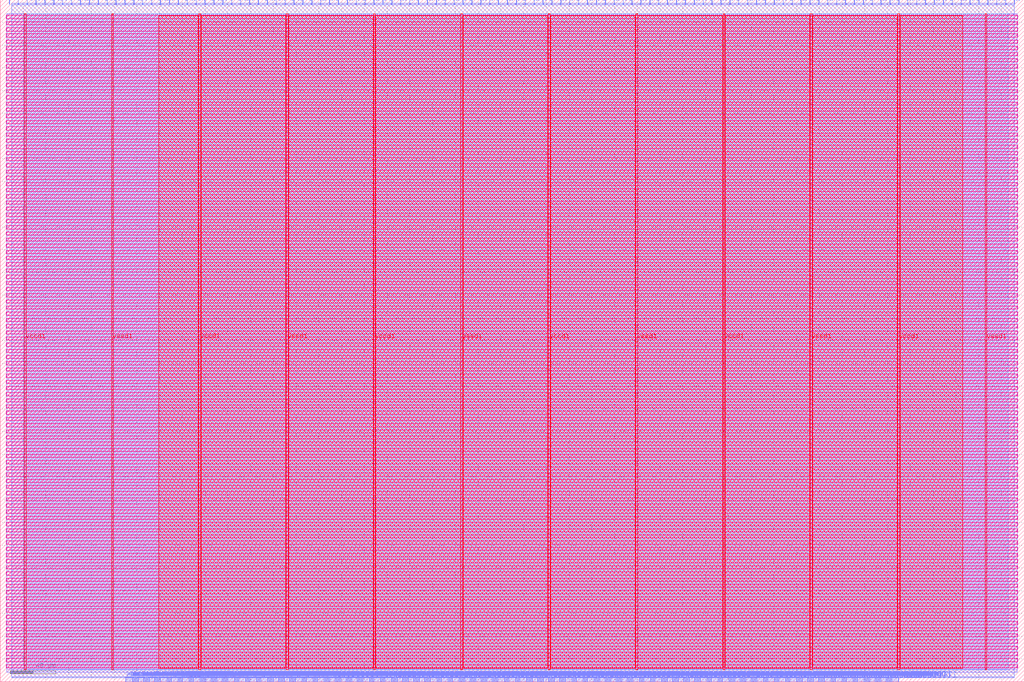
<source format=lef>
VERSION 5.7 ;
  NOWIREEXTENSIONATPIN ON ;
  DIVIDERCHAR "/" ;
  BUSBITCHARS "[]" ;
MACRO user_proj_example
  CLASS BLOCK ;
  FOREIGN user_proj_example ;
  ORIGIN 0.000 0.000 ;
  SIZE 900.000 BY 600.000 ;
  PIN io_in[0]
    DIRECTION INPUT ;
    USE SIGNAL ;
    PORT
      LAYER met2 ;
        RECT 7.910 596.000 8.190 600.000 ;
    END
  END io_in[0]
  PIN io_in[10]
    DIRECTION INPUT ;
    USE SIGNAL ;
    PORT
      LAYER met2 ;
        RECT 242.510 596.000 242.790 600.000 ;
    END
  END io_in[10]
  PIN io_in[11]
    DIRECTION INPUT ;
    USE SIGNAL ;
    PORT
      LAYER met2 ;
        RECT 265.970 596.000 266.250 600.000 ;
    END
  END io_in[11]
  PIN io_in[12]
    DIRECTION INPUT ;
    USE SIGNAL ;
    PORT
      LAYER met2 ;
        RECT 289.430 596.000 289.710 600.000 ;
    END
  END io_in[12]
  PIN io_in[13]
    DIRECTION INPUT ;
    USE SIGNAL ;
    PORT
      LAYER met2 ;
        RECT 312.890 596.000 313.170 600.000 ;
    END
  END io_in[13]
  PIN io_in[14]
    DIRECTION INPUT ;
    USE SIGNAL ;
    PORT
      LAYER met2 ;
        RECT 336.350 596.000 336.630 600.000 ;
    END
  END io_in[14]
  PIN io_in[15]
    DIRECTION INPUT ;
    USE SIGNAL ;
    PORT
      LAYER met2 ;
        RECT 359.810 596.000 360.090 600.000 ;
    END
  END io_in[15]
  PIN io_in[16]
    DIRECTION INPUT ;
    USE SIGNAL ;
    PORT
      LAYER met2 ;
        RECT 383.270 596.000 383.550 600.000 ;
    END
  END io_in[16]
  PIN io_in[17]
    DIRECTION INPUT ;
    USE SIGNAL ;
    PORT
      LAYER met2 ;
        RECT 406.730 596.000 407.010 600.000 ;
    END
  END io_in[17]
  PIN io_in[18]
    DIRECTION INPUT ;
    USE SIGNAL ;
    PORT
      LAYER met2 ;
        RECT 430.190 596.000 430.470 600.000 ;
    END
  END io_in[18]
  PIN io_in[19]
    DIRECTION INPUT ;
    USE SIGNAL ;
    PORT
      LAYER met2 ;
        RECT 453.650 596.000 453.930 600.000 ;
    END
  END io_in[19]
  PIN io_in[1]
    DIRECTION INPUT ;
    USE SIGNAL ;
    PORT
      LAYER met2 ;
        RECT 31.370 596.000 31.650 600.000 ;
    END
  END io_in[1]
  PIN io_in[20]
    DIRECTION INPUT ;
    USE SIGNAL ;
    PORT
      LAYER met2 ;
        RECT 477.110 596.000 477.390 600.000 ;
    END
  END io_in[20]
  PIN io_in[21]
    DIRECTION INPUT ;
    USE SIGNAL ;
    PORT
      LAYER met2 ;
        RECT 500.570 596.000 500.850 600.000 ;
    END
  END io_in[21]
  PIN io_in[22]
    DIRECTION INPUT ;
    USE SIGNAL ;
    PORT
      LAYER met2 ;
        RECT 524.030 596.000 524.310 600.000 ;
    END
  END io_in[22]
  PIN io_in[23]
    DIRECTION INPUT ;
    USE SIGNAL ;
    PORT
      LAYER met2 ;
        RECT 547.490 596.000 547.770 600.000 ;
    END
  END io_in[23]
  PIN io_in[24]
    DIRECTION INPUT ;
    USE SIGNAL ;
    PORT
      LAYER met2 ;
        RECT 570.950 596.000 571.230 600.000 ;
    END
  END io_in[24]
  PIN io_in[25]
    DIRECTION INPUT ;
    USE SIGNAL ;
    PORT
      LAYER met2 ;
        RECT 594.410 596.000 594.690 600.000 ;
    END
  END io_in[25]
  PIN io_in[26]
    DIRECTION INPUT ;
    USE SIGNAL ;
    PORT
      LAYER met2 ;
        RECT 617.870 596.000 618.150 600.000 ;
    END
  END io_in[26]
  PIN io_in[27]
    DIRECTION INPUT ;
    USE SIGNAL ;
    PORT
      LAYER met2 ;
        RECT 641.330 596.000 641.610 600.000 ;
    END
  END io_in[27]
  PIN io_in[28]
    DIRECTION INPUT ;
    USE SIGNAL ;
    PORT
      LAYER met2 ;
        RECT 664.790 596.000 665.070 600.000 ;
    END
  END io_in[28]
  PIN io_in[29]
    DIRECTION INPUT ;
    USE SIGNAL ;
    PORT
      LAYER met2 ;
        RECT 688.250 596.000 688.530 600.000 ;
    END
  END io_in[29]
  PIN io_in[2]
    DIRECTION INPUT ;
    USE SIGNAL ;
    PORT
      LAYER met2 ;
        RECT 54.830 596.000 55.110 600.000 ;
    END
  END io_in[2]
  PIN io_in[30]
    DIRECTION INPUT ;
    USE SIGNAL ;
    PORT
      LAYER met2 ;
        RECT 711.710 596.000 711.990 600.000 ;
    END
  END io_in[30]
  PIN io_in[31]
    DIRECTION INPUT ;
    USE SIGNAL ;
    PORT
      LAYER met2 ;
        RECT 735.170 596.000 735.450 600.000 ;
    END
  END io_in[31]
  PIN io_in[32]
    DIRECTION INPUT ;
    USE SIGNAL ;
    PORT
      LAYER met2 ;
        RECT 758.630 596.000 758.910 600.000 ;
    END
  END io_in[32]
  PIN io_in[33]
    DIRECTION INPUT ;
    USE SIGNAL ;
    PORT
      LAYER met2 ;
        RECT 782.090 596.000 782.370 600.000 ;
    END
  END io_in[33]
  PIN io_in[34]
    DIRECTION INPUT ;
    USE SIGNAL ;
    PORT
      LAYER met2 ;
        RECT 805.550 596.000 805.830 600.000 ;
    END
  END io_in[34]
  PIN io_in[35]
    DIRECTION INPUT ;
    USE SIGNAL ;
    PORT
      LAYER met2 ;
        RECT 829.010 596.000 829.290 600.000 ;
    END
  END io_in[35]
  PIN io_in[36]
    DIRECTION INPUT ;
    USE SIGNAL ;
    PORT
      LAYER met2 ;
        RECT 852.470 596.000 852.750 600.000 ;
    END
  END io_in[36]
  PIN io_in[37]
    DIRECTION INPUT ;
    USE SIGNAL ;
    PORT
      LAYER met2 ;
        RECT 875.930 596.000 876.210 600.000 ;
    END
  END io_in[37]
  PIN io_in[3]
    DIRECTION INPUT ;
    USE SIGNAL ;
    PORT
      LAYER met2 ;
        RECT 78.290 596.000 78.570 600.000 ;
    END
  END io_in[3]
  PIN io_in[4]
    DIRECTION INPUT ;
    USE SIGNAL ;
    PORT
      LAYER met2 ;
        RECT 101.750 596.000 102.030 600.000 ;
    END
  END io_in[4]
  PIN io_in[5]
    DIRECTION INPUT ;
    USE SIGNAL ;
    PORT
      LAYER met2 ;
        RECT 125.210 596.000 125.490 600.000 ;
    END
  END io_in[5]
  PIN io_in[6]
    DIRECTION INPUT ;
    USE SIGNAL ;
    PORT
      LAYER met2 ;
        RECT 148.670 596.000 148.950 600.000 ;
    END
  END io_in[6]
  PIN io_in[7]
    DIRECTION INPUT ;
    USE SIGNAL ;
    PORT
      LAYER met2 ;
        RECT 172.130 596.000 172.410 600.000 ;
    END
  END io_in[7]
  PIN io_in[8]
    DIRECTION INPUT ;
    USE SIGNAL ;
    PORT
      LAYER met2 ;
        RECT 195.590 596.000 195.870 600.000 ;
    END
  END io_in[8]
  PIN io_in[9]
    DIRECTION INPUT ;
    USE SIGNAL ;
    PORT
      LAYER met2 ;
        RECT 219.050 596.000 219.330 600.000 ;
    END
  END io_in[9]
  PIN io_oeb[0]
    DIRECTION OUTPUT TRISTATE ;
    USE SIGNAL ;
    PORT
      LAYER met2 ;
        RECT 15.730 596.000 16.010 600.000 ;
    END
  END io_oeb[0]
  PIN io_oeb[10]
    DIRECTION OUTPUT TRISTATE ;
    USE SIGNAL ;
    PORT
      LAYER met2 ;
        RECT 250.330 596.000 250.610 600.000 ;
    END
  END io_oeb[10]
  PIN io_oeb[11]
    DIRECTION OUTPUT TRISTATE ;
    USE SIGNAL ;
    PORT
      LAYER met2 ;
        RECT 273.790 596.000 274.070 600.000 ;
    END
  END io_oeb[11]
  PIN io_oeb[12]
    DIRECTION OUTPUT TRISTATE ;
    USE SIGNAL ;
    PORT
      LAYER met2 ;
        RECT 297.250 596.000 297.530 600.000 ;
    END
  END io_oeb[12]
  PIN io_oeb[13]
    DIRECTION OUTPUT TRISTATE ;
    USE SIGNAL ;
    PORT
      LAYER met2 ;
        RECT 320.710 596.000 320.990 600.000 ;
    END
  END io_oeb[13]
  PIN io_oeb[14]
    DIRECTION OUTPUT TRISTATE ;
    USE SIGNAL ;
    PORT
      LAYER met2 ;
        RECT 344.170 596.000 344.450 600.000 ;
    END
  END io_oeb[14]
  PIN io_oeb[15]
    DIRECTION OUTPUT TRISTATE ;
    USE SIGNAL ;
    PORT
      LAYER met2 ;
        RECT 367.630 596.000 367.910 600.000 ;
    END
  END io_oeb[15]
  PIN io_oeb[16]
    DIRECTION OUTPUT TRISTATE ;
    USE SIGNAL ;
    PORT
      LAYER met2 ;
        RECT 391.090 596.000 391.370 600.000 ;
    END
  END io_oeb[16]
  PIN io_oeb[17]
    DIRECTION OUTPUT TRISTATE ;
    USE SIGNAL ;
    PORT
      LAYER met2 ;
        RECT 414.550 596.000 414.830 600.000 ;
    END
  END io_oeb[17]
  PIN io_oeb[18]
    DIRECTION OUTPUT TRISTATE ;
    USE SIGNAL ;
    PORT
      LAYER met2 ;
        RECT 438.010 596.000 438.290 600.000 ;
    END
  END io_oeb[18]
  PIN io_oeb[19]
    DIRECTION OUTPUT TRISTATE ;
    USE SIGNAL ;
    PORT
      LAYER met2 ;
        RECT 461.470 596.000 461.750 600.000 ;
    END
  END io_oeb[19]
  PIN io_oeb[1]
    DIRECTION OUTPUT TRISTATE ;
    USE SIGNAL ;
    PORT
      LAYER met2 ;
        RECT 39.190 596.000 39.470 600.000 ;
    END
  END io_oeb[1]
  PIN io_oeb[20]
    DIRECTION OUTPUT TRISTATE ;
    USE SIGNAL ;
    PORT
      LAYER met2 ;
        RECT 484.930 596.000 485.210 600.000 ;
    END
  END io_oeb[20]
  PIN io_oeb[21]
    DIRECTION OUTPUT TRISTATE ;
    USE SIGNAL ;
    PORT
      LAYER met2 ;
        RECT 508.390 596.000 508.670 600.000 ;
    END
  END io_oeb[21]
  PIN io_oeb[22]
    DIRECTION OUTPUT TRISTATE ;
    USE SIGNAL ;
    PORT
      LAYER met2 ;
        RECT 531.850 596.000 532.130 600.000 ;
    END
  END io_oeb[22]
  PIN io_oeb[23]
    DIRECTION OUTPUT TRISTATE ;
    USE SIGNAL ;
    PORT
      LAYER met2 ;
        RECT 555.310 596.000 555.590 600.000 ;
    END
  END io_oeb[23]
  PIN io_oeb[24]
    DIRECTION OUTPUT TRISTATE ;
    USE SIGNAL ;
    PORT
      LAYER met2 ;
        RECT 578.770 596.000 579.050 600.000 ;
    END
  END io_oeb[24]
  PIN io_oeb[25]
    DIRECTION OUTPUT TRISTATE ;
    USE SIGNAL ;
    PORT
      LAYER met2 ;
        RECT 602.230 596.000 602.510 600.000 ;
    END
  END io_oeb[25]
  PIN io_oeb[26]
    DIRECTION OUTPUT TRISTATE ;
    USE SIGNAL ;
    PORT
      LAYER met2 ;
        RECT 625.690 596.000 625.970 600.000 ;
    END
  END io_oeb[26]
  PIN io_oeb[27]
    DIRECTION OUTPUT TRISTATE ;
    USE SIGNAL ;
    PORT
      LAYER met2 ;
        RECT 649.150 596.000 649.430 600.000 ;
    END
  END io_oeb[27]
  PIN io_oeb[28]
    DIRECTION OUTPUT TRISTATE ;
    USE SIGNAL ;
    PORT
      LAYER met2 ;
        RECT 672.610 596.000 672.890 600.000 ;
    END
  END io_oeb[28]
  PIN io_oeb[29]
    DIRECTION OUTPUT TRISTATE ;
    USE SIGNAL ;
    PORT
      LAYER met2 ;
        RECT 696.070 596.000 696.350 600.000 ;
    END
  END io_oeb[29]
  PIN io_oeb[2]
    DIRECTION OUTPUT TRISTATE ;
    USE SIGNAL ;
    PORT
      LAYER met2 ;
        RECT 62.650 596.000 62.930 600.000 ;
    END
  END io_oeb[2]
  PIN io_oeb[30]
    DIRECTION OUTPUT TRISTATE ;
    USE SIGNAL ;
    PORT
      LAYER met2 ;
        RECT 719.530 596.000 719.810 600.000 ;
    END
  END io_oeb[30]
  PIN io_oeb[31]
    DIRECTION OUTPUT TRISTATE ;
    USE SIGNAL ;
    PORT
      LAYER met2 ;
        RECT 742.990 596.000 743.270 600.000 ;
    END
  END io_oeb[31]
  PIN io_oeb[32]
    DIRECTION OUTPUT TRISTATE ;
    USE SIGNAL ;
    PORT
      LAYER met2 ;
        RECT 766.450 596.000 766.730 600.000 ;
    END
  END io_oeb[32]
  PIN io_oeb[33]
    DIRECTION OUTPUT TRISTATE ;
    USE SIGNAL ;
    PORT
      LAYER met2 ;
        RECT 789.910 596.000 790.190 600.000 ;
    END
  END io_oeb[33]
  PIN io_oeb[34]
    DIRECTION OUTPUT TRISTATE ;
    USE SIGNAL ;
    PORT
      LAYER met2 ;
        RECT 813.370 596.000 813.650 600.000 ;
    END
  END io_oeb[34]
  PIN io_oeb[35]
    DIRECTION OUTPUT TRISTATE ;
    USE SIGNAL ;
    PORT
      LAYER met2 ;
        RECT 836.830 596.000 837.110 600.000 ;
    END
  END io_oeb[35]
  PIN io_oeb[36]
    DIRECTION OUTPUT TRISTATE ;
    USE SIGNAL ;
    PORT
      LAYER met2 ;
        RECT 860.290 596.000 860.570 600.000 ;
    END
  END io_oeb[36]
  PIN io_oeb[37]
    DIRECTION OUTPUT TRISTATE ;
    USE SIGNAL ;
    PORT
      LAYER met2 ;
        RECT 883.750 596.000 884.030 600.000 ;
    END
  END io_oeb[37]
  PIN io_oeb[3]
    DIRECTION OUTPUT TRISTATE ;
    USE SIGNAL ;
    PORT
      LAYER met2 ;
        RECT 86.110 596.000 86.390 600.000 ;
    END
  END io_oeb[3]
  PIN io_oeb[4]
    DIRECTION OUTPUT TRISTATE ;
    USE SIGNAL ;
    PORT
      LAYER met2 ;
        RECT 109.570 596.000 109.850 600.000 ;
    END
  END io_oeb[4]
  PIN io_oeb[5]
    DIRECTION OUTPUT TRISTATE ;
    USE SIGNAL ;
    PORT
      LAYER met2 ;
        RECT 133.030 596.000 133.310 600.000 ;
    END
  END io_oeb[5]
  PIN io_oeb[6]
    DIRECTION OUTPUT TRISTATE ;
    USE SIGNAL ;
    PORT
      LAYER met2 ;
        RECT 156.490 596.000 156.770 600.000 ;
    END
  END io_oeb[6]
  PIN io_oeb[7]
    DIRECTION OUTPUT TRISTATE ;
    USE SIGNAL ;
    PORT
      LAYER met2 ;
        RECT 179.950 596.000 180.230 600.000 ;
    END
  END io_oeb[7]
  PIN io_oeb[8]
    DIRECTION OUTPUT TRISTATE ;
    USE SIGNAL ;
    PORT
      LAYER met2 ;
        RECT 203.410 596.000 203.690 600.000 ;
    END
  END io_oeb[8]
  PIN io_oeb[9]
    DIRECTION OUTPUT TRISTATE ;
    USE SIGNAL ;
    PORT
      LAYER met2 ;
        RECT 226.870 596.000 227.150 600.000 ;
    END
  END io_oeb[9]
  PIN io_out[0]
    DIRECTION OUTPUT TRISTATE ;
    USE SIGNAL ;
    PORT
      LAYER met2 ;
        RECT 23.550 596.000 23.830 600.000 ;
    END
  END io_out[0]
  PIN io_out[10]
    DIRECTION OUTPUT TRISTATE ;
    USE SIGNAL ;
    PORT
      LAYER met2 ;
        RECT 258.150 596.000 258.430 600.000 ;
    END
  END io_out[10]
  PIN io_out[11]
    DIRECTION OUTPUT TRISTATE ;
    USE SIGNAL ;
    PORT
      LAYER met2 ;
        RECT 281.610 596.000 281.890 600.000 ;
    END
  END io_out[11]
  PIN io_out[12]
    DIRECTION OUTPUT TRISTATE ;
    USE SIGNAL ;
    PORT
      LAYER met2 ;
        RECT 305.070 596.000 305.350 600.000 ;
    END
  END io_out[12]
  PIN io_out[13]
    DIRECTION OUTPUT TRISTATE ;
    USE SIGNAL ;
    PORT
      LAYER met2 ;
        RECT 328.530 596.000 328.810 600.000 ;
    END
  END io_out[13]
  PIN io_out[14]
    DIRECTION OUTPUT TRISTATE ;
    USE SIGNAL ;
    PORT
      LAYER met2 ;
        RECT 351.990 596.000 352.270 600.000 ;
    END
  END io_out[14]
  PIN io_out[15]
    DIRECTION OUTPUT TRISTATE ;
    USE SIGNAL ;
    PORT
      LAYER met2 ;
        RECT 375.450 596.000 375.730 600.000 ;
    END
  END io_out[15]
  PIN io_out[16]
    DIRECTION OUTPUT TRISTATE ;
    USE SIGNAL ;
    PORT
      LAYER met2 ;
        RECT 398.910 596.000 399.190 600.000 ;
    END
  END io_out[16]
  PIN io_out[17]
    DIRECTION OUTPUT TRISTATE ;
    USE SIGNAL ;
    PORT
      LAYER met2 ;
        RECT 422.370 596.000 422.650 600.000 ;
    END
  END io_out[17]
  PIN io_out[18]
    DIRECTION OUTPUT TRISTATE ;
    USE SIGNAL ;
    PORT
      LAYER met2 ;
        RECT 445.830 596.000 446.110 600.000 ;
    END
  END io_out[18]
  PIN io_out[19]
    DIRECTION OUTPUT TRISTATE ;
    USE SIGNAL ;
    PORT
      LAYER met2 ;
        RECT 469.290 596.000 469.570 600.000 ;
    END
  END io_out[19]
  PIN io_out[1]
    DIRECTION OUTPUT TRISTATE ;
    USE SIGNAL ;
    PORT
      LAYER met2 ;
        RECT 47.010 596.000 47.290 600.000 ;
    END
  END io_out[1]
  PIN io_out[20]
    DIRECTION OUTPUT TRISTATE ;
    USE SIGNAL ;
    PORT
      LAYER met2 ;
        RECT 492.750 596.000 493.030 600.000 ;
    END
  END io_out[20]
  PIN io_out[21]
    DIRECTION OUTPUT TRISTATE ;
    USE SIGNAL ;
    PORT
      LAYER met2 ;
        RECT 516.210 596.000 516.490 600.000 ;
    END
  END io_out[21]
  PIN io_out[22]
    DIRECTION OUTPUT TRISTATE ;
    USE SIGNAL ;
    PORT
      LAYER met2 ;
        RECT 539.670 596.000 539.950 600.000 ;
    END
  END io_out[22]
  PIN io_out[23]
    DIRECTION OUTPUT TRISTATE ;
    USE SIGNAL ;
    PORT
      LAYER met2 ;
        RECT 563.130 596.000 563.410 600.000 ;
    END
  END io_out[23]
  PIN io_out[24]
    DIRECTION OUTPUT TRISTATE ;
    USE SIGNAL ;
    PORT
      LAYER met2 ;
        RECT 586.590 596.000 586.870 600.000 ;
    END
  END io_out[24]
  PIN io_out[25]
    DIRECTION OUTPUT TRISTATE ;
    USE SIGNAL ;
    PORT
      LAYER met2 ;
        RECT 610.050 596.000 610.330 600.000 ;
    END
  END io_out[25]
  PIN io_out[26]
    DIRECTION OUTPUT TRISTATE ;
    USE SIGNAL ;
    PORT
      LAYER met2 ;
        RECT 633.510 596.000 633.790 600.000 ;
    END
  END io_out[26]
  PIN io_out[27]
    DIRECTION OUTPUT TRISTATE ;
    USE SIGNAL ;
    PORT
      LAYER met2 ;
        RECT 656.970 596.000 657.250 600.000 ;
    END
  END io_out[27]
  PIN io_out[28]
    DIRECTION OUTPUT TRISTATE ;
    USE SIGNAL ;
    PORT
      LAYER met2 ;
        RECT 680.430 596.000 680.710 600.000 ;
    END
  END io_out[28]
  PIN io_out[29]
    DIRECTION OUTPUT TRISTATE ;
    USE SIGNAL ;
    PORT
      LAYER met2 ;
        RECT 703.890 596.000 704.170 600.000 ;
    END
  END io_out[29]
  PIN io_out[2]
    DIRECTION OUTPUT TRISTATE ;
    USE SIGNAL ;
    PORT
      LAYER met2 ;
        RECT 70.470 596.000 70.750 600.000 ;
    END
  END io_out[2]
  PIN io_out[30]
    DIRECTION OUTPUT TRISTATE ;
    USE SIGNAL ;
    PORT
      LAYER met2 ;
        RECT 727.350 596.000 727.630 600.000 ;
    END
  END io_out[30]
  PIN io_out[31]
    DIRECTION OUTPUT TRISTATE ;
    USE SIGNAL ;
    PORT
      LAYER met2 ;
        RECT 750.810 596.000 751.090 600.000 ;
    END
  END io_out[31]
  PIN io_out[32]
    DIRECTION OUTPUT TRISTATE ;
    USE SIGNAL ;
    PORT
      LAYER met2 ;
        RECT 774.270 596.000 774.550 600.000 ;
    END
  END io_out[32]
  PIN io_out[33]
    DIRECTION OUTPUT TRISTATE ;
    USE SIGNAL ;
    PORT
      LAYER met2 ;
        RECT 797.730 596.000 798.010 600.000 ;
    END
  END io_out[33]
  PIN io_out[34]
    DIRECTION OUTPUT TRISTATE ;
    USE SIGNAL ;
    PORT
      LAYER met2 ;
        RECT 821.190 596.000 821.470 600.000 ;
    END
  END io_out[34]
  PIN io_out[35]
    DIRECTION OUTPUT TRISTATE ;
    USE SIGNAL ;
    PORT
      LAYER met2 ;
        RECT 844.650 596.000 844.930 600.000 ;
    END
  END io_out[35]
  PIN io_out[36]
    DIRECTION OUTPUT TRISTATE ;
    USE SIGNAL ;
    PORT
      LAYER met2 ;
        RECT 868.110 596.000 868.390 600.000 ;
    END
  END io_out[36]
  PIN io_out[37]
    DIRECTION OUTPUT TRISTATE ;
    USE SIGNAL ;
    PORT
      LAYER met2 ;
        RECT 891.570 596.000 891.850 600.000 ;
    END
  END io_out[37]
  PIN io_out[3]
    DIRECTION OUTPUT TRISTATE ;
    USE SIGNAL ;
    PORT
      LAYER met2 ;
        RECT 93.930 596.000 94.210 600.000 ;
    END
  END io_out[3]
  PIN io_out[4]
    DIRECTION OUTPUT TRISTATE ;
    USE SIGNAL ;
    PORT
      LAYER met2 ;
        RECT 117.390 596.000 117.670 600.000 ;
    END
  END io_out[4]
  PIN io_out[5]
    DIRECTION OUTPUT TRISTATE ;
    USE SIGNAL ;
    PORT
      LAYER met2 ;
        RECT 140.850 596.000 141.130 600.000 ;
    END
  END io_out[5]
  PIN io_out[6]
    DIRECTION OUTPUT TRISTATE ;
    USE SIGNAL ;
    PORT
      LAYER met2 ;
        RECT 164.310 596.000 164.590 600.000 ;
    END
  END io_out[6]
  PIN io_out[7]
    DIRECTION OUTPUT TRISTATE ;
    USE SIGNAL ;
    PORT
      LAYER met2 ;
        RECT 187.770 596.000 188.050 600.000 ;
    END
  END io_out[7]
  PIN io_out[8]
    DIRECTION OUTPUT TRISTATE ;
    USE SIGNAL ;
    PORT
      LAYER met2 ;
        RECT 211.230 596.000 211.510 600.000 ;
    END
  END io_out[8]
  PIN io_out[9]
    DIRECTION OUTPUT TRISTATE ;
    USE SIGNAL ;
    PORT
      LAYER met2 ;
        RECT 234.690 596.000 234.970 600.000 ;
    END
  END io_out[9]
  PIN irq[0]
    DIRECTION OUTPUT TRISTATE ;
    USE SIGNAL ;
    PORT
      LAYER met2 ;
        RECT 786.690 0.000 786.970 4.000 ;
    END
  END irq[0]
  PIN irq[1]
    DIRECTION OUTPUT TRISTATE ;
    USE SIGNAL ;
    PORT
      LAYER met2 ;
        RECT 788.070 0.000 788.350 4.000 ;
    END
  END irq[1]
  PIN irq[2]
    DIRECTION OUTPUT TRISTATE ;
    USE SIGNAL ;
    PORT
      LAYER met2 ;
        RECT 789.450 0.000 789.730 4.000 ;
    END
  END irq[2]
  PIN la_data_in[0]
    DIRECTION INPUT ;
    USE SIGNAL ;
    PORT
      LAYER met2 ;
        RECT 256.770 0.000 257.050 4.000 ;
    END
  END la_data_in[0]
  PIN la_data_in[100]
    DIRECTION INPUT ;
    USE SIGNAL ;
    PORT
      LAYER met2 ;
        RECT 670.770 0.000 671.050 4.000 ;
    END
  END la_data_in[100]
  PIN la_data_in[101]
    DIRECTION INPUT ;
    USE SIGNAL ;
    PORT
      LAYER met2 ;
        RECT 674.910 0.000 675.190 4.000 ;
    END
  END la_data_in[101]
  PIN la_data_in[102]
    DIRECTION INPUT ;
    USE SIGNAL ;
    PORT
      LAYER met2 ;
        RECT 679.050 0.000 679.330 4.000 ;
    END
  END la_data_in[102]
  PIN la_data_in[103]
    DIRECTION INPUT ;
    USE SIGNAL ;
    PORT
      LAYER met2 ;
        RECT 683.190 0.000 683.470 4.000 ;
    END
  END la_data_in[103]
  PIN la_data_in[104]
    DIRECTION INPUT ;
    USE SIGNAL ;
    PORT
      LAYER met2 ;
        RECT 687.330 0.000 687.610 4.000 ;
    END
  END la_data_in[104]
  PIN la_data_in[105]
    DIRECTION INPUT ;
    USE SIGNAL ;
    PORT
      LAYER met2 ;
        RECT 691.470 0.000 691.750 4.000 ;
    END
  END la_data_in[105]
  PIN la_data_in[106]
    DIRECTION INPUT ;
    USE SIGNAL ;
    PORT
      LAYER met2 ;
        RECT 695.610 0.000 695.890 4.000 ;
    END
  END la_data_in[106]
  PIN la_data_in[107]
    DIRECTION INPUT ;
    USE SIGNAL ;
    PORT
      LAYER met2 ;
        RECT 699.750 0.000 700.030 4.000 ;
    END
  END la_data_in[107]
  PIN la_data_in[108]
    DIRECTION INPUT ;
    USE SIGNAL ;
    PORT
      LAYER met2 ;
        RECT 703.890 0.000 704.170 4.000 ;
    END
  END la_data_in[108]
  PIN la_data_in[109]
    DIRECTION INPUT ;
    USE SIGNAL ;
    PORT
      LAYER met2 ;
        RECT 708.030 0.000 708.310 4.000 ;
    END
  END la_data_in[109]
  PIN la_data_in[10]
    DIRECTION INPUT ;
    USE SIGNAL ;
    PORT
      LAYER met2 ;
        RECT 298.170 0.000 298.450 4.000 ;
    END
  END la_data_in[10]
  PIN la_data_in[110]
    DIRECTION INPUT ;
    USE SIGNAL ;
    PORT
      LAYER met2 ;
        RECT 712.170 0.000 712.450 4.000 ;
    END
  END la_data_in[110]
  PIN la_data_in[111]
    DIRECTION INPUT ;
    USE SIGNAL ;
    PORT
      LAYER met2 ;
        RECT 716.310 0.000 716.590 4.000 ;
    END
  END la_data_in[111]
  PIN la_data_in[112]
    DIRECTION INPUT ;
    USE SIGNAL ;
    PORT
      LAYER met2 ;
        RECT 720.450 0.000 720.730 4.000 ;
    END
  END la_data_in[112]
  PIN la_data_in[113]
    DIRECTION INPUT ;
    USE SIGNAL ;
    PORT
      LAYER met2 ;
        RECT 724.590 0.000 724.870 4.000 ;
    END
  END la_data_in[113]
  PIN la_data_in[114]
    DIRECTION INPUT ;
    USE SIGNAL ;
    PORT
      LAYER met2 ;
        RECT 728.730 0.000 729.010 4.000 ;
    END
  END la_data_in[114]
  PIN la_data_in[115]
    DIRECTION INPUT ;
    USE SIGNAL ;
    PORT
      LAYER met2 ;
        RECT 732.870 0.000 733.150 4.000 ;
    END
  END la_data_in[115]
  PIN la_data_in[116]
    DIRECTION INPUT ;
    USE SIGNAL ;
    PORT
      LAYER met2 ;
        RECT 737.010 0.000 737.290 4.000 ;
    END
  END la_data_in[116]
  PIN la_data_in[117]
    DIRECTION INPUT ;
    USE SIGNAL ;
    PORT
      LAYER met2 ;
        RECT 741.150 0.000 741.430 4.000 ;
    END
  END la_data_in[117]
  PIN la_data_in[118]
    DIRECTION INPUT ;
    USE SIGNAL ;
    PORT
      LAYER met2 ;
        RECT 745.290 0.000 745.570 4.000 ;
    END
  END la_data_in[118]
  PIN la_data_in[119]
    DIRECTION INPUT ;
    USE SIGNAL ;
    PORT
      LAYER met2 ;
        RECT 749.430 0.000 749.710 4.000 ;
    END
  END la_data_in[119]
  PIN la_data_in[11]
    DIRECTION INPUT ;
    USE SIGNAL ;
    PORT
      LAYER met2 ;
        RECT 302.310 0.000 302.590 4.000 ;
    END
  END la_data_in[11]
  PIN la_data_in[120]
    DIRECTION INPUT ;
    USE SIGNAL ;
    PORT
      LAYER met2 ;
        RECT 753.570 0.000 753.850 4.000 ;
    END
  END la_data_in[120]
  PIN la_data_in[121]
    DIRECTION INPUT ;
    USE SIGNAL ;
    PORT
      LAYER met2 ;
        RECT 757.710 0.000 757.990 4.000 ;
    END
  END la_data_in[121]
  PIN la_data_in[122]
    DIRECTION INPUT ;
    USE SIGNAL ;
    PORT
      LAYER met2 ;
        RECT 761.850 0.000 762.130 4.000 ;
    END
  END la_data_in[122]
  PIN la_data_in[123]
    DIRECTION INPUT ;
    USE SIGNAL ;
    PORT
      LAYER met2 ;
        RECT 765.990 0.000 766.270 4.000 ;
    END
  END la_data_in[123]
  PIN la_data_in[124]
    DIRECTION INPUT ;
    USE SIGNAL ;
    PORT
      LAYER met2 ;
        RECT 770.130 0.000 770.410 4.000 ;
    END
  END la_data_in[124]
  PIN la_data_in[125]
    DIRECTION INPUT ;
    USE SIGNAL ;
    PORT
      LAYER met2 ;
        RECT 774.270 0.000 774.550 4.000 ;
    END
  END la_data_in[125]
  PIN la_data_in[126]
    DIRECTION INPUT ;
    USE SIGNAL ;
    PORT
      LAYER met2 ;
        RECT 778.410 0.000 778.690 4.000 ;
    END
  END la_data_in[126]
  PIN la_data_in[127]
    DIRECTION INPUT ;
    USE SIGNAL ;
    PORT
      LAYER met2 ;
        RECT 782.550 0.000 782.830 4.000 ;
    END
  END la_data_in[127]
  PIN la_data_in[12]
    DIRECTION INPUT ;
    USE SIGNAL ;
    PORT
      LAYER met2 ;
        RECT 306.450 0.000 306.730 4.000 ;
    END
  END la_data_in[12]
  PIN la_data_in[13]
    DIRECTION INPUT ;
    USE SIGNAL ;
    PORT
      LAYER met2 ;
        RECT 310.590 0.000 310.870 4.000 ;
    END
  END la_data_in[13]
  PIN la_data_in[14]
    DIRECTION INPUT ;
    USE SIGNAL ;
    PORT
      LAYER met2 ;
        RECT 314.730 0.000 315.010 4.000 ;
    END
  END la_data_in[14]
  PIN la_data_in[15]
    DIRECTION INPUT ;
    USE SIGNAL ;
    PORT
      LAYER met2 ;
        RECT 318.870 0.000 319.150 4.000 ;
    END
  END la_data_in[15]
  PIN la_data_in[16]
    DIRECTION INPUT ;
    USE SIGNAL ;
    PORT
      LAYER met2 ;
        RECT 323.010 0.000 323.290 4.000 ;
    END
  END la_data_in[16]
  PIN la_data_in[17]
    DIRECTION INPUT ;
    USE SIGNAL ;
    PORT
      LAYER met2 ;
        RECT 327.150 0.000 327.430 4.000 ;
    END
  END la_data_in[17]
  PIN la_data_in[18]
    DIRECTION INPUT ;
    USE SIGNAL ;
    PORT
      LAYER met2 ;
        RECT 331.290 0.000 331.570 4.000 ;
    END
  END la_data_in[18]
  PIN la_data_in[19]
    DIRECTION INPUT ;
    USE SIGNAL ;
    PORT
      LAYER met2 ;
        RECT 335.430 0.000 335.710 4.000 ;
    END
  END la_data_in[19]
  PIN la_data_in[1]
    DIRECTION INPUT ;
    USE SIGNAL ;
    PORT
      LAYER met2 ;
        RECT 260.910 0.000 261.190 4.000 ;
    END
  END la_data_in[1]
  PIN la_data_in[20]
    DIRECTION INPUT ;
    USE SIGNAL ;
    PORT
      LAYER met2 ;
        RECT 339.570 0.000 339.850 4.000 ;
    END
  END la_data_in[20]
  PIN la_data_in[21]
    DIRECTION INPUT ;
    USE SIGNAL ;
    PORT
      LAYER met2 ;
        RECT 343.710 0.000 343.990 4.000 ;
    END
  END la_data_in[21]
  PIN la_data_in[22]
    DIRECTION INPUT ;
    USE SIGNAL ;
    PORT
      LAYER met2 ;
        RECT 347.850 0.000 348.130 4.000 ;
    END
  END la_data_in[22]
  PIN la_data_in[23]
    DIRECTION INPUT ;
    USE SIGNAL ;
    PORT
      LAYER met2 ;
        RECT 351.990 0.000 352.270 4.000 ;
    END
  END la_data_in[23]
  PIN la_data_in[24]
    DIRECTION INPUT ;
    USE SIGNAL ;
    PORT
      LAYER met2 ;
        RECT 356.130 0.000 356.410 4.000 ;
    END
  END la_data_in[24]
  PIN la_data_in[25]
    DIRECTION INPUT ;
    USE SIGNAL ;
    PORT
      LAYER met2 ;
        RECT 360.270 0.000 360.550 4.000 ;
    END
  END la_data_in[25]
  PIN la_data_in[26]
    DIRECTION INPUT ;
    USE SIGNAL ;
    PORT
      LAYER met2 ;
        RECT 364.410 0.000 364.690 4.000 ;
    END
  END la_data_in[26]
  PIN la_data_in[27]
    DIRECTION INPUT ;
    USE SIGNAL ;
    PORT
      LAYER met2 ;
        RECT 368.550 0.000 368.830 4.000 ;
    END
  END la_data_in[27]
  PIN la_data_in[28]
    DIRECTION INPUT ;
    USE SIGNAL ;
    PORT
      LAYER met2 ;
        RECT 372.690 0.000 372.970 4.000 ;
    END
  END la_data_in[28]
  PIN la_data_in[29]
    DIRECTION INPUT ;
    USE SIGNAL ;
    PORT
      LAYER met2 ;
        RECT 376.830 0.000 377.110 4.000 ;
    END
  END la_data_in[29]
  PIN la_data_in[2]
    DIRECTION INPUT ;
    USE SIGNAL ;
    PORT
      LAYER met2 ;
        RECT 265.050 0.000 265.330 4.000 ;
    END
  END la_data_in[2]
  PIN la_data_in[30]
    DIRECTION INPUT ;
    USE SIGNAL ;
    PORT
      LAYER met2 ;
        RECT 380.970 0.000 381.250 4.000 ;
    END
  END la_data_in[30]
  PIN la_data_in[31]
    DIRECTION INPUT ;
    USE SIGNAL ;
    PORT
      LAYER met2 ;
        RECT 385.110 0.000 385.390 4.000 ;
    END
  END la_data_in[31]
  PIN la_data_in[32]
    DIRECTION INPUT ;
    USE SIGNAL ;
    PORT
      LAYER met2 ;
        RECT 389.250 0.000 389.530 4.000 ;
    END
  END la_data_in[32]
  PIN la_data_in[33]
    DIRECTION INPUT ;
    USE SIGNAL ;
    PORT
      LAYER met2 ;
        RECT 393.390 0.000 393.670 4.000 ;
    END
  END la_data_in[33]
  PIN la_data_in[34]
    DIRECTION INPUT ;
    USE SIGNAL ;
    PORT
      LAYER met2 ;
        RECT 397.530 0.000 397.810 4.000 ;
    END
  END la_data_in[34]
  PIN la_data_in[35]
    DIRECTION INPUT ;
    USE SIGNAL ;
    PORT
      LAYER met2 ;
        RECT 401.670 0.000 401.950 4.000 ;
    END
  END la_data_in[35]
  PIN la_data_in[36]
    DIRECTION INPUT ;
    USE SIGNAL ;
    PORT
      LAYER met2 ;
        RECT 405.810 0.000 406.090 4.000 ;
    END
  END la_data_in[36]
  PIN la_data_in[37]
    DIRECTION INPUT ;
    USE SIGNAL ;
    PORT
      LAYER met2 ;
        RECT 409.950 0.000 410.230 4.000 ;
    END
  END la_data_in[37]
  PIN la_data_in[38]
    DIRECTION INPUT ;
    USE SIGNAL ;
    PORT
      LAYER met2 ;
        RECT 414.090 0.000 414.370 4.000 ;
    END
  END la_data_in[38]
  PIN la_data_in[39]
    DIRECTION INPUT ;
    USE SIGNAL ;
    PORT
      LAYER met2 ;
        RECT 418.230 0.000 418.510 4.000 ;
    END
  END la_data_in[39]
  PIN la_data_in[3]
    DIRECTION INPUT ;
    USE SIGNAL ;
    PORT
      LAYER met2 ;
        RECT 269.190 0.000 269.470 4.000 ;
    END
  END la_data_in[3]
  PIN la_data_in[40]
    DIRECTION INPUT ;
    USE SIGNAL ;
    PORT
      LAYER met2 ;
        RECT 422.370 0.000 422.650 4.000 ;
    END
  END la_data_in[40]
  PIN la_data_in[41]
    DIRECTION INPUT ;
    USE SIGNAL ;
    PORT
      LAYER met2 ;
        RECT 426.510 0.000 426.790 4.000 ;
    END
  END la_data_in[41]
  PIN la_data_in[42]
    DIRECTION INPUT ;
    USE SIGNAL ;
    PORT
      LAYER met2 ;
        RECT 430.650 0.000 430.930 4.000 ;
    END
  END la_data_in[42]
  PIN la_data_in[43]
    DIRECTION INPUT ;
    USE SIGNAL ;
    PORT
      LAYER met2 ;
        RECT 434.790 0.000 435.070 4.000 ;
    END
  END la_data_in[43]
  PIN la_data_in[44]
    DIRECTION INPUT ;
    USE SIGNAL ;
    PORT
      LAYER met2 ;
        RECT 438.930 0.000 439.210 4.000 ;
    END
  END la_data_in[44]
  PIN la_data_in[45]
    DIRECTION INPUT ;
    USE SIGNAL ;
    PORT
      LAYER met2 ;
        RECT 443.070 0.000 443.350 4.000 ;
    END
  END la_data_in[45]
  PIN la_data_in[46]
    DIRECTION INPUT ;
    USE SIGNAL ;
    PORT
      LAYER met2 ;
        RECT 447.210 0.000 447.490 4.000 ;
    END
  END la_data_in[46]
  PIN la_data_in[47]
    DIRECTION INPUT ;
    USE SIGNAL ;
    PORT
      LAYER met2 ;
        RECT 451.350 0.000 451.630 4.000 ;
    END
  END la_data_in[47]
  PIN la_data_in[48]
    DIRECTION INPUT ;
    USE SIGNAL ;
    PORT
      LAYER met2 ;
        RECT 455.490 0.000 455.770 4.000 ;
    END
  END la_data_in[48]
  PIN la_data_in[49]
    DIRECTION INPUT ;
    USE SIGNAL ;
    PORT
      LAYER met2 ;
        RECT 459.630 0.000 459.910 4.000 ;
    END
  END la_data_in[49]
  PIN la_data_in[4]
    DIRECTION INPUT ;
    USE SIGNAL ;
    PORT
      LAYER met2 ;
        RECT 273.330 0.000 273.610 4.000 ;
    END
  END la_data_in[4]
  PIN la_data_in[50]
    DIRECTION INPUT ;
    USE SIGNAL ;
    PORT
      LAYER met2 ;
        RECT 463.770 0.000 464.050 4.000 ;
    END
  END la_data_in[50]
  PIN la_data_in[51]
    DIRECTION INPUT ;
    USE SIGNAL ;
    PORT
      LAYER met2 ;
        RECT 467.910 0.000 468.190 4.000 ;
    END
  END la_data_in[51]
  PIN la_data_in[52]
    DIRECTION INPUT ;
    USE SIGNAL ;
    PORT
      LAYER met2 ;
        RECT 472.050 0.000 472.330 4.000 ;
    END
  END la_data_in[52]
  PIN la_data_in[53]
    DIRECTION INPUT ;
    USE SIGNAL ;
    PORT
      LAYER met2 ;
        RECT 476.190 0.000 476.470 4.000 ;
    END
  END la_data_in[53]
  PIN la_data_in[54]
    DIRECTION INPUT ;
    USE SIGNAL ;
    PORT
      LAYER met2 ;
        RECT 480.330 0.000 480.610 4.000 ;
    END
  END la_data_in[54]
  PIN la_data_in[55]
    DIRECTION INPUT ;
    USE SIGNAL ;
    PORT
      LAYER met2 ;
        RECT 484.470 0.000 484.750 4.000 ;
    END
  END la_data_in[55]
  PIN la_data_in[56]
    DIRECTION INPUT ;
    USE SIGNAL ;
    PORT
      LAYER met2 ;
        RECT 488.610 0.000 488.890 4.000 ;
    END
  END la_data_in[56]
  PIN la_data_in[57]
    DIRECTION INPUT ;
    USE SIGNAL ;
    PORT
      LAYER met2 ;
        RECT 492.750 0.000 493.030 4.000 ;
    END
  END la_data_in[57]
  PIN la_data_in[58]
    DIRECTION INPUT ;
    USE SIGNAL ;
    PORT
      LAYER met2 ;
        RECT 496.890 0.000 497.170 4.000 ;
    END
  END la_data_in[58]
  PIN la_data_in[59]
    DIRECTION INPUT ;
    USE SIGNAL ;
    PORT
      LAYER met2 ;
        RECT 501.030 0.000 501.310 4.000 ;
    END
  END la_data_in[59]
  PIN la_data_in[5]
    DIRECTION INPUT ;
    USE SIGNAL ;
    PORT
      LAYER met2 ;
        RECT 277.470 0.000 277.750 4.000 ;
    END
  END la_data_in[5]
  PIN la_data_in[60]
    DIRECTION INPUT ;
    USE SIGNAL ;
    PORT
      LAYER met2 ;
        RECT 505.170 0.000 505.450 4.000 ;
    END
  END la_data_in[60]
  PIN la_data_in[61]
    DIRECTION INPUT ;
    USE SIGNAL ;
    PORT
      LAYER met2 ;
        RECT 509.310 0.000 509.590 4.000 ;
    END
  END la_data_in[61]
  PIN la_data_in[62]
    DIRECTION INPUT ;
    USE SIGNAL ;
    PORT
      LAYER met2 ;
        RECT 513.450 0.000 513.730 4.000 ;
    END
  END la_data_in[62]
  PIN la_data_in[63]
    DIRECTION INPUT ;
    USE SIGNAL ;
    PORT
      LAYER met2 ;
        RECT 517.590 0.000 517.870 4.000 ;
    END
  END la_data_in[63]
  PIN la_data_in[64]
    DIRECTION INPUT ;
    USE SIGNAL ;
    PORT
      LAYER met2 ;
        RECT 521.730 0.000 522.010 4.000 ;
    END
  END la_data_in[64]
  PIN la_data_in[65]
    DIRECTION INPUT ;
    USE SIGNAL ;
    PORT
      LAYER met2 ;
        RECT 525.870 0.000 526.150 4.000 ;
    END
  END la_data_in[65]
  PIN la_data_in[66]
    DIRECTION INPUT ;
    USE SIGNAL ;
    PORT
      LAYER met2 ;
        RECT 530.010 0.000 530.290 4.000 ;
    END
  END la_data_in[66]
  PIN la_data_in[67]
    DIRECTION INPUT ;
    USE SIGNAL ;
    PORT
      LAYER met2 ;
        RECT 534.150 0.000 534.430 4.000 ;
    END
  END la_data_in[67]
  PIN la_data_in[68]
    DIRECTION INPUT ;
    USE SIGNAL ;
    PORT
      LAYER met2 ;
        RECT 538.290 0.000 538.570 4.000 ;
    END
  END la_data_in[68]
  PIN la_data_in[69]
    DIRECTION INPUT ;
    USE SIGNAL ;
    PORT
      LAYER met2 ;
        RECT 542.430 0.000 542.710 4.000 ;
    END
  END la_data_in[69]
  PIN la_data_in[6]
    DIRECTION INPUT ;
    USE SIGNAL ;
    PORT
      LAYER met2 ;
        RECT 281.610 0.000 281.890 4.000 ;
    END
  END la_data_in[6]
  PIN la_data_in[70]
    DIRECTION INPUT ;
    USE SIGNAL ;
    PORT
      LAYER met2 ;
        RECT 546.570 0.000 546.850 4.000 ;
    END
  END la_data_in[70]
  PIN la_data_in[71]
    DIRECTION INPUT ;
    USE SIGNAL ;
    PORT
      LAYER met2 ;
        RECT 550.710 0.000 550.990 4.000 ;
    END
  END la_data_in[71]
  PIN la_data_in[72]
    DIRECTION INPUT ;
    USE SIGNAL ;
    PORT
      LAYER met2 ;
        RECT 554.850 0.000 555.130 4.000 ;
    END
  END la_data_in[72]
  PIN la_data_in[73]
    DIRECTION INPUT ;
    USE SIGNAL ;
    PORT
      LAYER met2 ;
        RECT 558.990 0.000 559.270 4.000 ;
    END
  END la_data_in[73]
  PIN la_data_in[74]
    DIRECTION INPUT ;
    USE SIGNAL ;
    PORT
      LAYER met2 ;
        RECT 563.130 0.000 563.410 4.000 ;
    END
  END la_data_in[74]
  PIN la_data_in[75]
    DIRECTION INPUT ;
    USE SIGNAL ;
    PORT
      LAYER met2 ;
        RECT 567.270 0.000 567.550 4.000 ;
    END
  END la_data_in[75]
  PIN la_data_in[76]
    DIRECTION INPUT ;
    USE SIGNAL ;
    PORT
      LAYER met2 ;
        RECT 571.410 0.000 571.690 4.000 ;
    END
  END la_data_in[76]
  PIN la_data_in[77]
    DIRECTION INPUT ;
    USE SIGNAL ;
    PORT
      LAYER met2 ;
        RECT 575.550 0.000 575.830 4.000 ;
    END
  END la_data_in[77]
  PIN la_data_in[78]
    DIRECTION INPUT ;
    USE SIGNAL ;
    PORT
      LAYER met2 ;
        RECT 579.690 0.000 579.970 4.000 ;
    END
  END la_data_in[78]
  PIN la_data_in[79]
    DIRECTION INPUT ;
    USE SIGNAL ;
    PORT
      LAYER met2 ;
        RECT 583.830 0.000 584.110 4.000 ;
    END
  END la_data_in[79]
  PIN la_data_in[7]
    DIRECTION INPUT ;
    USE SIGNAL ;
    PORT
      LAYER met2 ;
        RECT 285.750 0.000 286.030 4.000 ;
    END
  END la_data_in[7]
  PIN la_data_in[80]
    DIRECTION INPUT ;
    USE SIGNAL ;
    PORT
      LAYER met2 ;
        RECT 587.970 0.000 588.250 4.000 ;
    END
  END la_data_in[80]
  PIN la_data_in[81]
    DIRECTION INPUT ;
    USE SIGNAL ;
    PORT
      LAYER met2 ;
        RECT 592.110 0.000 592.390 4.000 ;
    END
  END la_data_in[81]
  PIN la_data_in[82]
    DIRECTION INPUT ;
    USE SIGNAL ;
    PORT
      LAYER met2 ;
        RECT 596.250 0.000 596.530 4.000 ;
    END
  END la_data_in[82]
  PIN la_data_in[83]
    DIRECTION INPUT ;
    USE SIGNAL ;
    PORT
      LAYER met2 ;
        RECT 600.390 0.000 600.670 4.000 ;
    END
  END la_data_in[83]
  PIN la_data_in[84]
    DIRECTION INPUT ;
    USE SIGNAL ;
    PORT
      LAYER met2 ;
        RECT 604.530 0.000 604.810 4.000 ;
    END
  END la_data_in[84]
  PIN la_data_in[85]
    DIRECTION INPUT ;
    USE SIGNAL ;
    PORT
      LAYER met2 ;
        RECT 608.670 0.000 608.950 4.000 ;
    END
  END la_data_in[85]
  PIN la_data_in[86]
    DIRECTION INPUT ;
    USE SIGNAL ;
    PORT
      LAYER met2 ;
        RECT 612.810 0.000 613.090 4.000 ;
    END
  END la_data_in[86]
  PIN la_data_in[87]
    DIRECTION INPUT ;
    USE SIGNAL ;
    PORT
      LAYER met2 ;
        RECT 616.950 0.000 617.230 4.000 ;
    END
  END la_data_in[87]
  PIN la_data_in[88]
    DIRECTION INPUT ;
    USE SIGNAL ;
    PORT
      LAYER met2 ;
        RECT 621.090 0.000 621.370 4.000 ;
    END
  END la_data_in[88]
  PIN la_data_in[89]
    DIRECTION INPUT ;
    USE SIGNAL ;
    PORT
      LAYER met2 ;
        RECT 625.230 0.000 625.510 4.000 ;
    END
  END la_data_in[89]
  PIN la_data_in[8]
    DIRECTION INPUT ;
    USE SIGNAL ;
    PORT
      LAYER met2 ;
        RECT 289.890 0.000 290.170 4.000 ;
    END
  END la_data_in[8]
  PIN la_data_in[90]
    DIRECTION INPUT ;
    USE SIGNAL ;
    PORT
      LAYER met2 ;
        RECT 629.370 0.000 629.650 4.000 ;
    END
  END la_data_in[90]
  PIN la_data_in[91]
    DIRECTION INPUT ;
    USE SIGNAL ;
    PORT
      LAYER met2 ;
        RECT 633.510 0.000 633.790 4.000 ;
    END
  END la_data_in[91]
  PIN la_data_in[92]
    DIRECTION INPUT ;
    USE SIGNAL ;
    PORT
      LAYER met2 ;
        RECT 637.650 0.000 637.930 4.000 ;
    END
  END la_data_in[92]
  PIN la_data_in[93]
    DIRECTION INPUT ;
    USE SIGNAL ;
    PORT
      LAYER met2 ;
        RECT 641.790 0.000 642.070 4.000 ;
    END
  END la_data_in[93]
  PIN la_data_in[94]
    DIRECTION INPUT ;
    USE SIGNAL ;
    PORT
      LAYER met2 ;
        RECT 645.930 0.000 646.210 4.000 ;
    END
  END la_data_in[94]
  PIN la_data_in[95]
    DIRECTION INPUT ;
    USE SIGNAL ;
    PORT
      LAYER met2 ;
        RECT 650.070 0.000 650.350 4.000 ;
    END
  END la_data_in[95]
  PIN la_data_in[96]
    DIRECTION INPUT ;
    USE SIGNAL ;
    PORT
      LAYER met2 ;
        RECT 654.210 0.000 654.490 4.000 ;
    END
  END la_data_in[96]
  PIN la_data_in[97]
    DIRECTION INPUT ;
    USE SIGNAL ;
    PORT
      LAYER met2 ;
        RECT 658.350 0.000 658.630 4.000 ;
    END
  END la_data_in[97]
  PIN la_data_in[98]
    DIRECTION INPUT ;
    USE SIGNAL ;
    PORT
      LAYER met2 ;
        RECT 662.490 0.000 662.770 4.000 ;
    END
  END la_data_in[98]
  PIN la_data_in[99]
    DIRECTION INPUT ;
    USE SIGNAL ;
    PORT
      LAYER met2 ;
        RECT 666.630 0.000 666.910 4.000 ;
    END
  END la_data_in[99]
  PIN la_data_in[9]
    DIRECTION INPUT ;
    USE SIGNAL ;
    PORT
      LAYER met2 ;
        RECT 294.030 0.000 294.310 4.000 ;
    END
  END la_data_in[9]
  PIN la_data_out[0]
    DIRECTION OUTPUT TRISTATE ;
    USE SIGNAL ;
    PORT
      LAYER met2 ;
        RECT 258.150 0.000 258.430 4.000 ;
    END
  END la_data_out[0]
  PIN la_data_out[100]
    DIRECTION OUTPUT TRISTATE ;
    USE SIGNAL ;
    PORT
      LAYER met2 ;
        RECT 672.150 0.000 672.430 4.000 ;
    END
  END la_data_out[100]
  PIN la_data_out[101]
    DIRECTION OUTPUT TRISTATE ;
    USE SIGNAL ;
    PORT
      LAYER met2 ;
        RECT 676.290 0.000 676.570 4.000 ;
    END
  END la_data_out[101]
  PIN la_data_out[102]
    DIRECTION OUTPUT TRISTATE ;
    USE SIGNAL ;
    PORT
      LAYER met2 ;
        RECT 680.430 0.000 680.710 4.000 ;
    END
  END la_data_out[102]
  PIN la_data_out[103]
    DIRECTION OUTPUT TRISTATE ;
    USE SIGNAL ;
    PORT
      LAYER met2 ;
        RECT 684.570 0.000 684.850 4.000 ;
    END
  END la_data_out[103]
  PIN la_data_out[104]
    DIRECTION OUTPUT TRISTATE ;
    USE SIGNAL ;
    PORT
      LAYER met2 ;
        RECT 688.710 0.000 688.990 4.000 ;
    END
  END la_data_out[104]
  PIN la_data_out[105]
    DIRECTION OUTPUT TRISTATE ;
    USE SIGNAL ;
    PORT
      LAYER met2 ;
        RECT 692.850 0.000 693.130 4.000 ;
    END
  END la_data_out[105]
  PIN la_data_out[106]
    DIRECTION OUTPUT TRISTATE ;
    USE SIGNAL ;
    PORT
      LAYER met2 ;
        RECT 696.990 0.000 697.270 4.000 ;
    END
  END la_data_out[106]
  PIN la_data_out[107]
    DIRECTION OUTPUT TRISTATE ;
    USE SIGNAL ;
    PORT
      LAYER met2 ;
        RECT 701.130 0.000 701.410 4.000 ;
    END
  END la_data_out[107]
  PIN la_data_out[108]
    DIRECTION OUTPUT TRISTATE ;
    USE SIGNAL ;
    PORT
      LAYER met2 ;
        RECT 705.270 0.000 705.550 4.000 ;
    END
  END la_data_out[108]
  PIN la_data_out[109]
    DIRECTION OUTPUT TRISTATE ;
    USE SIGNAL ;
    PORT
      LAYER met2 ;
        RECT 709.410 0.000 709.690 4.000 ;
    END
  END la_data_out[109]
  PIN la_data_out[10]
    DIRECTION OUTPUT TRISTATE ;
    USE SIGNAL ;
    PORT
      LAYER met2 ;
        RECT 299.550 0.000 299.830 4.000 ;
    END
  END la_data_out[10]
  PIN la_data_out[110]
    DIRECTION OUTPUT TRISTATE ;
    USE SIGNAL ;
    PORT
      LAYER met2 ;
        RECT 713.550 0.000 713.830 4.000 ;
    END
  END la_data_out[110]
  PIN la_data_out[111]
    DIRECTION OUTPUT TRISTATE ;
    USE SIGNAL ;
    PORT
      LAYER met2 ;
        RECT 717.690 0.000 717.970 4.000 ;
    END
  END la_data_out[111]
  PIN la_data_out[112]
    DIRECTION OUTPUT TRISTATE ;
    USE SIGNAL ;
    PORT
      LAYER met2 ;
        RECT 721.830 0.000 722.110 4.000 ;
    END
  END la_data_out[112]
  PIN la_data_out[113]
    DIRECTION OUTPUT TRISTATE ;
    USE SIGNAL ;
    PORT
      LAYER met2 ;
        RECT 725.970 0.000 726.250 4.000 ;
    END
  END la_data_out[113]
  PIN la_data_out[114]
    DIRECTION OUTPUT TRISTATE ;
    USE SIGNAL ;
    PORT
      LAYER met2 ;
        RECT 730.110 0.000 730.390 4.000 ;
    END
  END la_data_out[114]
  PIN la_data_out[115]
    DIRECTION OUTPUT TRISTATE ;
    USE SIGNAL ;
    PORT
      LAYER met2 ;
        RECT 734.250 0.000 734.530 4.000 ;
    END
  END la_data_out[115]
  PIN la_data_out[116]
    DIRECTION OUTPUT TRISTATE ;
    USE SIGNAL ;
    PORT
      LAYER met2 ;
        RECT 738.390 0.000 738.670 4.000 ;
    END
  END la_data_out[116]
  PIN la_data_out[117]
    DIRECTION OUTPUT TRISTATE ;
    USE SIGNAL ;
    PORT
      LAYER met2 ;
        RECT 742.530 0.000 742.810 4.000 ;
    END
  END la_data_out[117]
  PIN la_data_out[118]
    DIRECTION OUTPUT TRISTATE ;
    USE SIGNAL ;
    PORT
      LAYER met2 ;
        RECT 746.670 0.000 746.950 4.000 ;
    END
  END la_data_out[118]
  PIN la_data_out[119]
    DIRECTION OUTPUT TRISTATE ;
    USE SIGNAL ;
    PORT
      LAYER met2 ;
        RECT 750.810 0.000 751.090 4.000 ;
    END
  END la_data_out[119]
  PIN la_data_out[11]
    DIRECTION OUTPUT TRISTATE ;
    USE SIGNAL ;
    PORT
      LAYER met2 ;
        RECT 303.690 0.000 303.970 4.000 ;
    END
  END la_data_out[11]
  PIN la_data_out[120]
    DIRECTION OUTPUT TRISTATE ;
    USE SIGNAL ;
    PORT
      LAYER met2 ;
        RECT 754.950 0.000 755.230 4.000 ;
    END
  END la_data_out[120]
  PIN la_data_out[121]
    DIRECTION OUTPUT TRISTATE ;
    USE SIGNAL ;
    PORT
      LAYER met2 ;
        RECT 759.090 0.000 759.370 4.000 ;
    END
  END la_data_out[121]
  PIN la_data_out[122]
    DIRECTION OUTPUT TRISTATE ;
    USE SIGNAL ;
    PORT
      LAYER met2 ;
        RECT 763.230 0.000 763.510 4.000 ;
    END
  END la_data_out[122]
  PIN la_data_out[123]
    DIRECTION OUTPUT TRISTATE ;
    USE SIGNAL ;
    PORT
      LAYER met2 ;
        RECT 767.370 0.000 767.650 4.000 ;
    END
  END la_data_out[123]
  PIN la_data_out[124]
    DIRECTION OUTPUT TRISTATE ;
    USE SIGNAL ;
    PORT
      LAYER met2 ;
        RECT 771.510 0.000 771.790 4.000 ;
    END
  END la_data_out[124]
  PIN la_data_out[125]
    DIRECTION OUTPUT TRISTATE ;
    USE SIGNAL ;
    PORT
      LAYER met2 ;
        RECT 775.650 0.000 775.930 4.000 ;
    END
  END la_data_out[125]
  PIN la_data_out[126]
    DIRECTION OUTPUT TRISTATE ;
    USE SIGNAL ;
    PORT
      LAYER met2 ;
        RECT 779.790 0.000 780.070 4.000 ;
    END
  END la_data_out[126]
  PIN la_data_out[127]
    DIRECTION OUTPUT TRISTATE ;
    USE SIGNAL ;
    PORT
      LAYER met2 ;
        RECT 783.930 0.000 784.210 4.000 ;
    END
  END la_data_out[127]
  PIN la_data_out[12]
    DIRECTION OUTPUT TRISTATE ;
    USE SIGNAL ;
    PORT
      LAYER met2 ;
        RECT 307.830 0.000 308.110 4.000 ;
    END
  END la_data_out[12]
  PIN la_data_out[13]
    DIRECTION OUTPUT TRISTATE ;
    USE SIGNAL ;
    PORT
      LAYER met2 ;
        RECT 311.970 0.000 312.250 4.000 ;
    END
  END la_data_out[13]
  PIN la_data_out[14]
    DIRECTION OUTPUT TRISTATE ;
    USE SIGNAL ;
    PORT
      LAYER met2 ;
        RECT 316.110 0.000 316.390 4.000 ;
    END
  END la_data_out[14]
  PIN la_data_out[15]
    DIRECTION OUTPUT TRISTATE ;
    USE SIGNAL ;
    PORT
      LAYER met2 ;
        RECT 320.250 0.000 320.530 4.000 ;
    END
  END la_data_out[15]
  PIN la_data_out[16]
    DIRECTION OUTPUT TRISTATE ;
    USE SIGNAL ;
    PORT
      LAYER met2 ;
        RECT 324.390 0.000 324.670 4.000 ;
    END
  END la_data_out[16]
  PIN la_data_out[17]
    DIRECTION OUTPUT TRISTATE ;
    USE SIGNAL ;
    PORT
      LAYER met2 ;
        RECT 328.530 0.000 328.810 4.000 ;
    END
  END la_data_out[17]
  PIN la_data_out[18]
    DIRECTION OUTPUT TRISTATE ;
    USE SIGNAL ;
    PORT
      LAYER met2 ;
        RECT 332.670 0.000 332.950 4.000 ;
    END
  END la_data_out[18]
  PIN la_data_out[19]
    DIRECTION OUTPUT TRISTATE ;
    USE SIGNAL ;
    PORT
      LAYER met2 ;
        RECT 336.810 0.000 337.090 4.000 ;
    END
  END la_data_out[19]
  PIN la_data_out[1]
    DIRECTION OUTPUT TRISTATE ;
    USE SIGNAL ;
    PORT
      LAYER met2 ;
        RECT 262.290 0.000 262.570 4.000 ;
    END
  END la_data_out[1]
  PIN la_data_out[20]
    DIRECTION OUTPUT TRISTATE ;
    USE SIGNAL ;
    PORT
      LAYER met2 ;
        RECT 340.950 0.000 341.230 4.000 ;
    END
  END la_data_out[20]
  PIN la_data_out[21]
    DIRECTION OUTPUT TRISTATE ;
    USE SIGNAL ;
    PORT
      LAYER met2 ;
        RECT 345.090 0.000 345.370 4.000 ;
    END
  END la_data_out[21]
  PIN la_data_out[22]
    DIRECTION OUTPUT TRISTATE ;
    USE SIGNAL ;
    PORT
      LAYER met2 ;
        RECT 349.230 0.000 349.510 4.000 ;
    END
  END la_data_out[22]
  PIN la_data_out[23]
    DIRECTION OUTPUT TRISTATE ;
    USE SIGNAL ;
    PORT
      LAYER met2 ;
        RECT 353.370 0.000 353.650 4.000 ;
    END
  END la_data_out[23]
  PIN la_data_out[24]
    DIRECTION OUTPUT TRISTATE ;
    USE SIGNAL ;
    PORT
      LAYER met2 ;
        RECT 357.510 0.000 357.790 4.000 ;
    END
  END la_data_out[24]
  PIN la_data_out[25]
    DIRECTION OUTPUT TRISTATE ;
    USE SIGNAL ;
    PORT
      LAYER met2 ;
        RECT 361.650 0.000 361.930 4.000 ;
    END
  END la_data_out[25]
  PIN la_data_out[26]
    DIRECTION OUTPUT TRISTATE ;
    USE SIGNAL ;
    PORT
      LAYER met2 ;
        RECT 365.790 0.000 366.070 4.000 ;
    END
  END la_data_out[26]
  PIN la_data_out[27]
    DIRECTION OUTPUT TRISTATE ;
    USE SIGNAL ;
    PORT
      LAYER met2 ;
        RECT 369.930 0.000 370.210 4.000 ;
    END
  END la_data_out[27]
  PIN la_data_out[28]
    DIRECTION OUTPUT TRISTATE ;
    USE SIGNAL ;
    PORT
      LAYER met2 ;
        RECT 374.070 0.000 374.350 4.000 ;
    END
  END la_data_out[28]
  PIN la_data_out[29]
    DIRECTION OUTPUT TRISTATE ;
    USE SIGNAL ;
    PORT
      LAYER met2 ;
        RECT 378.210 0.000 378.490 4.000 ;
    END
  END la_data_out[29]
  PIN la_data_out[2]
    DIRECTION OUTPUT TRISTATE ;
    USE SIGNAL ;
    PORT
      LAYER met2 ;
        RECT 266.430 0.000 266.710 4.000 ;
    END
  END la_data_out[2]
  PIN la_data_out[30]
    DIRECTION OUTPUT TRISTATE ;
    USE SIGNAL ;
    PORT
      LAYER met2 ;
        RECT 382.350 0.000 382.630 4.000 ;
    END
  END la_data_out[30]
  PIN la_data_out[31]
    DIRECTION OUTPUT TRISTATE ;
    USE SIGNAL ;
    PORT
      LAYER met2 ;
        RECT 386.490 0.000 386.770 4.000 ;
    END
  END la_data_out[31]
  PIN la_data_out[32]
    DIRECTION OUTPUT TRISTATE ;
    USE SIGNAL ;
    PORT
      LAYER met2 ;
        RECT 390.630 0.000 390.910 4.000 ;
    END
  END la_data_out[32]
  PIN la_data_out[33]
    DIRECTION OUTPUT TRISTATE ;
    USE SIGNAL ;
    PORT
      LAYER met2 ;
        RECT 394.770 0.000 395.050 4.000 ;
    END
  END la_data_out[33]
  PIN la_data_out[34]
    DIRECTION OUTPUT TRISTATE ;
    USE SIGNAL ;
    PORT
      LAYER met2 ;
        RECT 398.910 0.000 399.190 4.000 ;
    END
  END la_data_out[34]
  PIN la_data_out[35]
    DIRECTION OUTPUT TRISTATE ;
    USE SIGNAL ;
    PORT
      LAYER met2 ;
        RECT 403.050 0.000 403.330 4.000 ;
    END
  END la_data_out[35]
  PIN la_data_out[36]
    DIRECTION OUTPUT TRISTATE ;
    USE SIGNAL ;
    PORT
      LAYER met2 ;
        RECT 407.190 0.000 407.470 4.000 ;
    END
  END la_data_out[36]
  PIN la_data_out[37]
    DIRECTION OUTPUT TRISTATE ;
    USE SIGNAL ;
    PORT
      LAYER met2 ;
        RECT 411.330 0.000 411.610 4.000 ;
    END
  END la_data_out[37]
  PIN la_data_out[38]
    DIRECTION OUTPUT TRISTATE ;
    USE SIGNAL ;
    PORT
      LAYER met2 ;
        RECT 415.470 0.000 415.750 4.000 ;
    END
  END la_data_out[38]
  PIN la_data_out[39]
    DIRECTION OUTPUT TRISTATE ;
    USE SIGNAL ;
    PORT
      LAYER met2 ;
        RECT 419.610 0.000 419.890 4.000 ;
    END
  END la_data_out[39]
  PIN la_data_out[3]
    DIRECTION OUTPUT TRISTATE ;
    USE SIGNAL ;
    PORT
      LAYER met2 ;
        RECT 270.570 0.000 270.850 4.000 ;
    END
  END la_data_out[3]
  PIN la_data_out[40]
    DIRECTION OUTPUT TRISTATE ;
    USE SIGNAL ;
    PORT
      LAYER met2 ;
        RECT 423.750 0.000 424.030 4.000 ;
    END
  END la_data_out[40]
  PIN la_data_out[41]
    DIRECTION OUTPUT TRISTATE ;
    USE SIGNAL ;
    PORT
      LAYER met2 ;
        RECT 427.890 0.000 428.170 4.000 ;
    END
  END la_data_out[41]
  PIN la_data_out[42]
    DIRECTION OUTPUT TRISTATE ;
    USE SIGNAL ;
    PORT
      LAYER met2 ;
        RECT 432.030 0.000 432.310 4.000 ;
    END
  END la_data_out[42]
  PIN la_data_out[43]
    DIRECTION OUTPUT TRISTATE ;
    USE SIGNAL ;
    PORT
      LAYER met2 ;
        RECT 436.170 0.000 436.450 4.000 ;
    END
  END la_data_out[43]
  PIN la_data_out[44]
    DIRECTION OUTPUT TRISTATE ;
    USE SIGNAL ;
    PORT
      LAYER met2 ;
        RECT 440.310 0.000 440.590 4.000 ;
    END
  END la_data_out[44]
  PIN la_data_out[45]
    DIRECTION OUTPUT TRISTATE ;
    USE SIGNAL ;
    PORT
      LAYER met2 ;
        RECT 444.450 0.000 444.730 4.000 ;
    END
  END la_data_out[45]
  PIN la_data_out[46]
    DIRECTION OUTPUT TRISTATE ;
    USE SIGNAL ;
    PORT
      LAYER met2 ;
        RECT 448.590 0.000 448.870 4.000 ;
    END
  END la_data_out[46]
  PIN la_data_out[47]
    DIRECTION OUTPUT TRISTATE ;
    USE SIGNAL ;
    PORT
      LAYER met2 ;
        RECT 452.730 0.000 453.010 4.000 ;
    END
  END la_data_out[47]
  PIN la_data_out[48]
    DIRECTION OUTPUT TRISTATE ;
    USE SIGNAL ;
    PORT
      LAYER met2 ;
        RECT 456.870 0.000 457.150 4.000 ;
    END
  END la_data_out[48]
  PIN la_data_out[49]
    DIRECTION OUTPUT TRISTATE ;
    USE SIGNAL ;
    PORT
      LAYER met2 ;
        RECT 461.010 0.000 461.290 4.000 ;
    END
  END la_data_out[49]
  PIN la_data_out[4]
    DIRECTION OUTPUT TRISTATE ;
    USE SIGNAL ;
    PORT
      LAYER met2 ;
        RECT 274.710 0.000 274.990 4.000 ;
    END
  END la_data_out[4]
  PIN la_data_out[50]
    DIRECTION OUTPUT TRISTATE ;
    USE SIGNAL ;
    PORT
      LAYER met2 ;
        RECT 465.150 0.000 465.430 4.000 ;
    END
  END la_data_out[50]
  PIN la_data_out[51]
    DIRECTION OUTPUT TRISTATE ;
    USE SIGNAL ;
    PORT
      LAYER met2 ;
        RECT 469.290 0.000 469.570 4.000 ;
    END
  END la_data_out[51]
  PIN la_data_out[52]
    DIRECTION OUTPUT TRISTATE ;
    USE SIGNAL ;
    PORT
      LAYER met2 ;
        RECT 473.430 0.000 473.710 4.000 ;
    END
  END la_data_out[52]
  PIN la_data_out[53]
    DIRECTION OUTPUT TRISTATE ;
    USE SIGNAL ;
    PORT
      LAYER met2 ;
        RECT 477.570 0.000 477.850 4.000 ;
    END
  END la_data_out[53]
  PIN la_data_out[54]
    DIRECTION OUTPUT TRISTATE ;
    USE SIGNAL ;
    PORT
      LAYER met2 ;
        RECT 481.710 0.000 481.990 4.000 ;
    END
  END la_data_out[54]
  PIN la_data_out[55]
    DIRECTION OUTPUT TRISTATE ;
    USE SIGNAL ;
    PORT
      LAYER met2 ;
        RECT 485.850 0.000 486.130 4.000 ;
    END
  END la_data_out[55]
  PIN la_data_out[56]
    DIRECTION OUTPUT TRISTATE ;
    USE SIGNAL ;
    PORT
      LAYER met2 ;
        RECT 489.990 0.000 490.270 4.000 ;
    END
  END la_data_out[56]
  PIN la_data_out[57]
    DIRECTION OUTPUT TRISTATE ;
    USE SIGNAL ;
    PORT
      LAYER met2 ;
        RECT 494.130 0.000 494.410 4.000 ;
    END
  END la_data_out[57]
  PIN la_data_out[58]
    DIRECTION OUTPUT TRISTATE ;
    USE SIGNAL ;
    PORT
      LAYER met2 ;
        RECT 498.270 0.000 498.550 4.000 ;
    END
  END la_data_out[58]
  PIN la_data_out[59]
    DIRECTION OUTPUT TRISTATE ;
    USE SIGNAL ;
    PORT
      LAYER met2 ;
        RECT 502.410 0.000 502.690 4.000 ;
    END
  END la_data_out[59]
  PIN la_data_out[5]
    DIRECTION OUTPUT TRISTATE ;
    USE SIGNAL ;
    PORT
      LAYER met2 ;
        RECT 278.850 0.000 279.130 4.000 ;
    END
  END la_data_out[5]
  PIN la_data_out[60]
    DIRECTION OUTPUT TRISTATE ;
    USE SIGNAL ;
    PORT
      LAYER met2 ;
        RECT 506.550 0.000 506.830 4.000 ;
    END
  END la_data_out[60]
  PIN la_data_out[61]
    DIRECTION OUTPUT TRISTATE ;
    USE SIGNAL ;
    PORT
      LAYER met2 ;
        RECT 510.690 0.000 510.970 4.000 ;
    END
  END la_data_out[61]
  PIN la_data_out[62]
    DIRECTION OUTPUT TRISTATE ;
    USE SIGNAL ;
    PORT
      LAYER met2 ;
        RECT 514.830 0.000 515.110 4.000 ;
    END
  END la_data_out[62]
  PIN la_data_out[63]
    DIRECTION OUTPUT TRISTATE ;
    USE SIGNAL ;
    PORT
      LAYER met2 ;
        RECT 518.970 0.000 519.250 4.000 ;
    END
  END la_data_out[63]
  PIN la_data_out[64]
    DIRECTION OUTPUT TRISTATE ;
    USE SIGNAL ;
    PORT
      LAYER met2 ;
        RECT 523.110 0.000 523.390 4.000 ;
    END
  END la_data_out[64]
  PIN la_data_out[65]
    DIRECTION OUTPUT TRISTATE ;
    USE SIGNAL ;
    PORT
      LAYER met2 ;
        RECT 527.250 0.000 527.530 4.000 ;
    END
  END la_data_out[65]
  PIN la_data_out[66]
    DIRECTION OUTPUT TRISTATE ;
    USE SIGNAL ;
    PORT
      LAYER met2 ;
        RECT 531.390 0.000 531.670 4.000 ;
    END
  END la_data_out[66]
  PIN la_data_out[67]
    DIRECTION OUTPUT TRISTATE ;
    USE SIGNAL ;
    PORT
      LAYER met2 ;
        RECT 535.530 0.000 535.810 4.000 ;
    END
  END la_data_out[67]
  PIN la_data_out[68]
    DIRECTION OUTPUT TRISTATE ;
    USE SIGNAL ;
    PORT
      LAYER met2 ;
        RECT 539.670 0.000 539.950 4.000 ;
    END
  END la_data_out[68]
  PIN la_data_out[69]
    DIRECTION OUTPUT TRISTATE ;
    USE SIGNAL ;
    PORT
      LAYER met2 ;
        RECT 543.810 0.000 544.090 4.000 ;
    END
  END la_data_out[69]
  PIN la_data_out[6]
    DIRECTION OUTPUT TRISTATE ;
    USE SIGNAL ;
    PORT
      LAYER met2 ;
        RECT 282.990 0.000 283.270 4.000 ;
    END
  END la_data_out[6]
  PIN la_data_out[70]
    DIRECTION OUTPUT TRISTATE ;
    USE SIGNAL ;
    PORT
      LAYER met2 ;
        RECT 547.950 0.000 548.230 4.000 ;
    END
  END la_data_out[70]
  PIN la_data_out[71]
    DIRECTION OUTPUT TRISTATE ;
    USE SIGNAL ;
    PORT
      LAYER met2 ;
        RECT 552.090 0.000 552.370 4.000 ;
    END
  END la_data_out[71]
  PIN la_data_out[72]
    DIRECTION OUTPUT TRISTATE ;
    USE SIGNAL ;
    PORT
      LAYER met2 ;
        RECT 556.230 0.000 556.510 4.000 ;
    END
  END la_data_out[72]
  PIN la_data_out[73]
    DIRECTION OUTPUT TRISTATE ;
    USE SIGNAL ;
    PORT
      LAYER met2 ;
        RECT 560.370 0.000 560.650 4.000 ;
    END
  END la_data_out[73]
  PIN la_data_out[74]
    DIRECTION OUTPUT TRISTATE ;
    USE SIGNAL ;
    PORT
      LAYER met2 ;
        RECT 564.510 0.000 564.790 4.000 ;
    END
  END la_data_out[74]
  PIN la_data_out[75]
    DIRECTION OUTPUT TRISTATE ;
    USE SIGNAL ;
    PORT
      LAYER met2 ;
        RECT 568.650 0.000 568.930 4.000 ;
    END
  END la_data_out[75]
  PIN la_data_out[76]
    DIRECTION OUTPUT TRISTATE ;
    USE SIGNAL ;
    PORT
      LAYER met2 ;
        RECT 572.790 0.000 573.070 4.000 ;
    END
  END la_data_out[76]
  PIN la_data_out[77]
    DIRECTION OUTPUT TRISTATE ;
    USE SIGNAL ;
    PORT
      LAYER met2 ;
        RECT 576.930 0.000 577.210 4.000 ;
    END
  END la_data_out[77]
  PIN la_data_out[78]
    DIRECTION OUTPUT TRISTATE ;
    USE SIGNAL ;
    PORT
      LAYER met2 ;
        RECT 581.070 0.000 581.350 4.000 ;
    END
  END la_data_out[78]
  PIN la_data_out[79]
    DIRECTION OUTPUT TRISTATE ;
    USE SIGNAL ;
    PORT
      LAYER met2 ;
        RECT 585.210 0.000 585.490 4.000 ;
    END
  END la_data_out[79]
  PIN la_data_out[7]
    DIRECTION OUTPUT TRISTATE ;
    USE SIGNAL ;
    PORT
      LAYER met2 ;
        RECT 287.130 0.000 287.410 4.000 ;
    END
  END la_data_out[7]
  PIN la_data_out[80]
    DIRECTION OUTPUT TRISTATE ;
    USE SIGNAL ;
    PORT
      LAYER met2 ;
        RECT 589.350 0.000 589.630 4.000 ;
    END
  END la_data_out[80]
  PIN la_data_out[81]
    DIRECTION OUTPUT TRISTATE ;
    USE SIGNAL ;
    PORT
      LAYER met2 ;
        RECT 593.490 0.000 593.770 4.000 ;
    END
  END la_data_out[81]
  PIN la_data_out[82]
    DIRECTION OUTPUT TRISTATE ;
    USE SIGNAL ;
    PORT
      LAYER met2 ;
        RECT 597.630 0.000 597.910 4.000 ;
    END
  END la_data_out[82]
  PIN la_data_out[83]
    DIRECTION OUTPUT TRISTATE ;
    USE SIGNAL ;
    PORT
      LAYER met2 ;
        RECT 601.770 0.000 602.050 4.000 ;
    END
  END la_data_out[83]
  PIN la_data_out[84]
    DIRECTION OUTPUT TRISTATE ;
    USE SIGNAL ;
    PORT
      LAYER met2 ;
        RECT 605.910 0.000 606.190 4.000 ;
    END
  END la_data_out[84]
  PIN la_data_out[85]
    DIRECTION OUTPUT TRISTATE ;
    USE SIGNAL ;
    PORT
      LAYER met2 ;
        RECT 610.050 0.000 610.330 4.000 ;
    END
  END la_data_out[85]
  PIN la_data_out[86]
    DIRECTION OUTPUT TRISTATE ;
    USE SIGNAL ;
    PORT
      LAYER met2 ;
        RECT 614.190 0.000 614.470 4.000 ;
    END
  END la_data_out[86]
  PIN la_data_out[87]
    DIRECTION OUTPUT TRISTATE ;
    USE SIGNAL ;
    PORT
      LAYER met2 ;
        RECT 618.330 0.000 618.610 4.000 ;
    END
  END la_data_out[87]
  PIN la_data_out[88]
    DIRECTION OUTPUT TRISTATE ;
    USE SIGNAL ;
    PORT
      LAYER met2 ;
        RECT 622.470 0.000 622.750 4.000 ;
    END
  END la_data_out[88]
  PIN la_data_out[89]
    DIRECTION OUTPUT TRISTATE ;
    USE SIGNAL ;
    PORT
      LAYER met2 ;
        RECT 626.610 0.000 626.890 4.000 ;
    END
  END la_data_out[89]
  PIN la_data_out[8]
    DIRECTION OUTPUT TRISTATE ;
    USE SIGNAL ;
    PORT
      LAYER met2 ;
        RECT 291.270 0.000 291.550 4.000 ;
    END
  END la_data_out[8]
  PIN la_data_out[90]
    DIRECTION OUTPUT TRISTATE ;
    USE SIGNAL ;
    PORT
      LAYER met2 ;
        RECT 630.750 0.000 631.030 4.000 ;
    END
  END la_data_out[90]
  PIN la_data_out[91]
    DIRECTION OUTPUT TRISTATE ;
    USE SIGNAL ;
    PORT
      LAYER met2 ;
        RECT 634.890 0.000 635.170 4.000 ;
    END
  END la_data_out[91]
  PIN la_data_out[92]
    DIRECTION OUTPUT TRISTATE ;
    USE SIGNAL ;
    PORT
      LAYER met2 ;
        RECT 639.030 0.000 639.310 4.000 ;
    END
  END la_data_out[92]
  PIN la_data_out[93]
    DIRECTION OUTPUT TRISTATE ;
    USE SIGNAL ;
    PORT
      LAYER met2 ;
        RECT 643.170 0.000 643.450 4.000 ;
    END
  END la_data_out[93]
  PIN la_data_out[94]
    DIRECTION OUTPUT TRISTATE ;
    USE SIGNAL ;
    PORT
      LAYER met2 ;
        RECT 647.310 0.000 647.590 4.000 ;
    END
  END la_data_out[94]
  PIN la_data_out[95]
    DIRECTION OUTPUT TRISTATE ;
    USE SIGNAL ;
    PORT
      LAYER met2 ;
        RECT 651.450 0.000 651.730 4.000 ;
    END
  END la_data_out[95]
  PIN la_data_out[96]
    DIRECTION OUTPUT TRISTATE ;
    USE SIGNAL ;
    PORT
      LAYER met2 ;
        RECT 655.590 0.000 655.870 4.000 ;
    END
  END la_data_out[96]
  PIN la_data_out[97]
    DIRECTION OUTPUT TRISTATE ;
    USE SIGNAL ;
    PORT
      LAYER met2 ;
        RECT 659.730 0.000 660.010 4.000 ;
    END
  END la_data_out[97]
  PIN la_data_out[98]
    DIRECTION OUTPUT TRISTATE ;
    USE SIGNAL ;
    PORT
      LAYER met2 ;
        RECT 663.870 0.000 664.150 4.000 ;
    END
  END la_data_out[98]
  PIN la_data_out[99]
    DIRECTION OUTPUT TRISTATE ;
    USE SIGNAL ;
    PORT
      LAYER met2 ;
        RECT 668.010 0.000 668.290 4.000 ;
    END
  END la_data_out[99]
  PIN la_data_out[9]
    DIRECTION OUTPUT TRISTATE ;
    USE SIGNAL ;
    PORT
      LAYER met2 ;
        RECT 295.410 0.000 295.690 4.000 ;
    END
  END la_data_out[9]
  PIN la_oenb[0]
    DIRECTION INPUT ;
    USE SIGNAL ;
    PORT
      LAYER met2 ;
        RECT 259.530 0.000 259.810 4.000 ;
    END
  END la_oenb[0]
  PIN la_oenb[100]
    DIRECTION INPUT ;
    USE SIGNAL ;
    PORT
      LAYER met2 ;
        RECT 673.530 0.000 673.810 4.000 ;
    END
  END la_oenb[100]
  PIN la_oenb[101]
    DIRECTION INPUT ;
    USE SIGNAL ;
    PORT
      LAYER met2 ;
        RECT 677.670 0.000 677.950 4.000 ;
    END
  END la_oenb[101]
  PIN la_oenb[102]
    DIRECTION INPUT ;
    USE SIGNAL ;
    PORT
      LAYER met2 ;
        RECT 681.810 0.000 682.090 4.000 ;
    END
  END la_oenb[102]
  PIN la_oenb[103]
    DIRECTION INPUT ;
    USE SIGNAL ;
    PORT
      LAYER met2 ;
        RECT 685.950 0.000 686.230 4.000 ;
    END
  END la_oenb[103]
  PIN la_oenb[104]
    DIRECTION INPUT ;
    USE SIGNAL ;
    PORT
      LAYER met2 ;
        RECT 690.090 0.000 690.370 4.000 ;
    END
  END la_oenb[104]
  PIN la_oenb[105]
    DIRECTION INPUT ;
    USE SIGNAL ;
    PORT
      LAYER met2 ;
        RECT 694.230 0.000 694.510 4.000 ;
    END
  END la_oenb[105]
  PIN la_oenb[106]
    DIRECTION INPUT ;
    USE SIGNAL ;
    PORT
      LAYER met2 ;
        RECT 698.370 0.000 698.650 4.000 ;
    END
  END la_oenb[106]
  PIN la_oenb[107]
    DIRECTION INPUT ;
    USE SIGNAL ;
    PORT
      LAYER met2 ;
        RECT 702.510 0.000 702.790 4.000 ;
    END
  END la_oenb[107]
  PIN la_oenb[108]
    DIRECTION INPUT ;
    USE SIGNAL ;
    PORT
      LAYER met2 ;
        RECT 706.650 0.000 706.930 4.000 ;
    END
  END la_oenb[108]
  PIN la_oenb[109]
    DIRECTION INPUT ;
    USE SIGNAL ;
    PORT
      LAYER met2 ;
        RECT 710.790 0.000 711.070 4.000 ;
    END
  END la_oenb[109]
  PIN la_oenb[10]
    DIRECTION INPUT ;
    USE SIGNAL ;
    PORT
      LAYER met2 ;
        RECT 300.930 0.000 301.210 4.000 ;
    END
  END la_oenb[10]
  PIN la_oenb[110]
    DIRECTION INPUT ;
    USE SIGNAL ;
    PORT
      LAYER met2 ;
        RECT 714.930 0.000 715.210 4.000 ;
    END
  END la_oenb[110]
  PIN la_oenb[111]
    DIRECTION INPUT ;
    USE SIGNAL ;
    PORT
      LAYER met2 ;
        RECT 719.070 0.000 719.350 4.000 ;
    END
  END la_oenb[111]
  PIN la_oenb[112]
    DIRECTION INPUT ;
    USE SIGNAL ;
    PORT
      LAYER met2 ;
        RECT 723.210 0.000 723.490 4.000 ;
    END
  END la_oenb[112]
  PIN la_oenb[113]
    DIRECTION INPUT ;
    USE SIGNAL ;
    PORT
      LAYER met2 ;
        RECT 727.350 0.000 727.630 4.000 ;
    END
  END la_oenb[113]
  PIN la_oenb[114]
    DIRECTION INPUT ;
    USE SIGNAL ;
    PORT
      LAYER met2 ;
        RECT 731.490 0.000 731.770 4.000 ;
    END
  END la_oenb[114]
  PIN la_oenb[115]
    DIRECTION INPUT ;
    USE SIGNAL ;
    PORT
      LAYER met2 ;
        RECT 735.630 0.000 735.910 4.000 ;
    END
  END la_oenb[115]
  PIN la_oenb[116]
    DIRECTION INPUT ;
    USE SIGNAL ;
    PORT
      LAYER met2 ;
        RECT 739.770 0.000 740.050 4.000 ;
    END
  END la_oenb[116]
  PIN la_oenb[117]
    DIRECTION INPUT ;
    USE SIGNAL ;
    PORT
      LAYER met2 ;
        RECT 743.910 0.000 744.190 4.000 ;
    END
  END la_oenb[117]
  PIN la_oenb[118]
    DIRECTION INPUT ;
    USE SIGNAL ;
    PORT
      LAYER met2 ;
        RECT 748.050 0.000 748.330 4.000 ;
    END
  END la_oenb[118]
  PIN la_oenb[119]
    DIRECTION INPUT ;
    USE SIGNAL ;
    PORT
      LAYER met2 ;
        RECT 752.190 0.000 752.470 4.000 ;
    END
  END la_oenb[119]
  PIN la_oenb[11]
    DIRECTION INPUT ;
    USE SIGNAL ;
    PORT
      LAYER met2 ;
        RECT 305.070 0.000 305.350 4.000 ;
    END
  END la_oenb[11]
  PIN la_oenb[120]
    DIRECTION INPUT ;
    USE SIGNAL ;
    PORT
      LAYER met2 ;
        RECT 756.330 0.000 756.610 4.000 ;
    END
  END la_oenb[120]
  PIN la_oenb[121]
    DIRECTION INPUT ;
    USE SIGNAL ;
    PORT
      LAYER met2 ;
        RECT 760.470 0.000 760.750 4.000 ;
    END
  END la_oenb[121]
  PIN la_oenb[122]
    DIRECTION INPUT ;
    USE SIGNAL ;
    PORT
      LAYER met2 ;
        RECT 764.610 0.000 764.890 4.000 ;
    END
  END la_oenb[122]
  PIN la_oenb[123]
    DIRECTION INPUT ;
    USE SIGNAL ;
    PORT
      LAYER met2 ;
        RECT 768.750 0.000 769.030 4.000 ;
    END
  END la_oenb[123]
  PIN la_oenb[124]
    DIRECTION INPUT ;
    USE SIGNAL ;
    PORT
      LAYER met2 ;
        RECT 772.890 0.000 773.170 4.000 ;
    END
  END la_oenb[124]
  PIN la_oenb[125]
    DIRECTION INPUT ;
    USE SIGNAL ;
    PORT
      LAYER met2 ;
        RECT 777.030 0.000 777.310 4.000 ;
    END
  END la_oenb[125]
  PIN la_oenb[126]
    DIRECTION INPUT ;
    USE SIGNAL ;
    PORT
      LAYER met2 ;
        RECT 781.170 0.000 781.450 4.000 ;
    END
  END la_oenb[126]
  PIN la_oenb[127]
    DIRECTION INPUT ;
    USE SIGNAL ;
    PORT
      LAYER met2 ;
        RECT 785.310 0.000 785.590 4.000 ;
    END
  END la_oenb[127]
  PIN la_oenb[12]
    DIRECTION INPUT ;
    USE SIGNAL ;
    PORT
      LAYER met2 ;
        RECT 309.210 0.000 309.490 4.000 ;
    END
  END la_oenb[12]
  PIN la_oenb[13]
    DIRECTION INPUT ;
    USE SIGNAL ;
    PORT
      LAYER met2 ;
        RECT 313.350 0.000 313.630 4.000 ;
    END
  END la_oenb[13]
  PIN la_oenb[14]
    DIRECTION INPUT ;
    USE SIGNAL ;
    PORT
      LAYER met2 ;
        RECT 317.490 0.000 317.770 4.000 ;
    END
  END la_oenb[14]
  PIN la_oenb[15]
    DIRECTION INPUT ;
    USE SIGNAL ;
    PORT
      LAYER met2 ;
        RECT 321.630 0.000 321.910 4.000 ;
    END
  END la_oenb[15]
  PIN la_oenb[16]
    DIRECTION INPUT ;
    USE SIGNAL ;
    PORT
      LAYER met2 ;
        RECT 325.770 0.000 326.050 4.000 ;
    END
  END la_oenb[16]
  PIN la_oenb[17]
    DIRECTION INPUT ;
    USE SIGNAL ;
    PORT
      LAYER met2 ;
        RECT 329.910 0.000 330.190 4.000 ;
    END
  END la_oenb[17]
  PIN la_oenb[18]
    DIRECTION INPUT ;
    USE SIGNAL ;
    PORT
      LAYER met2 ;
        RECT 334.050 0.000 334.330 4.000 ;
    END
  END la_oenb[18]
  PIN la_oenb[19]
    DIRECTION INPUT ;
    USE SIGNAL ;
    PORT
      LAYER met2 ;
        RECT 338.190 0.000 338.470 4.000 ;
    END
  END la_oenb[19]
  PIN la_oenb[1]
    DIRECTION INPUT ;
    USE SIGNAL ;
    PORT
      LAYER met2 ;
        RECT 263.670 0.000 263.950 4.000 ;
    END
  END la_oenb[1]
  PIN la_oenb[20]
    DIRECTION INPUT ;
    USE SIGNAL ;
    PORT
      LAYER met2 ;
        RECT 342.330 0.000 342.610 4.000 ;
    END
  END la_oenb[20]
  PIN la_oenb[21]
    DIRECTION INPUT ;
    USE SIGNAL ;
    PORT
      LAYER met2 ;
        RECT 346.470 0.000 346.750 4.000 ;
    END
  END la_oenb[21]
  PIN la_oenb[22]
    DIRECTION INPUT ;
    USE SIGNAL ;
    PORT
      LAYER met2 ;
        RECT 350.610 0.000 350.890 4.000 ;
    END
  END la_oenb[22]
  PIN la_oenb[23]
    DIRECTION INPUT ;
    USE SIGNAL ;
    PORT
      LAYER met2 ;
        RECT 354.750 0.000 355.030 4.000 ;
    END
  END la_oenb[23]
  PIN la_oenb[24]
    DIRECTION INPUT ;
    USE SIGNAL ;
    PORT
      LAYER met2 ;
        RECT 358.890 0.000 359.170 4.000 ;
    END
  END la_oenb[24]
  PIN la_oenb[25]
    DIRECTION INPUT ;
    USE SIGNAL ;
    PORT
      LAYER met2 ;
        RECT 363.030 0.000 363.310 4.000 ;
    END
  END la_oenb[25]
  PIN la_oenb[26]
    DIRECTION INPUT ;
    USE SIGNAL ;
    PORT
      LAYER met2 ;
        RECT 367.170 0.000 367.450 4.000 ;
    END
  END la_oenb[26]
  PIN la_oenb[27]
    DIRECTION INPUT ;
    USE SIGNAL ;
    PORT
      LAYER met2 ;
        RECT 371.310 0.000 371.590 4.000 ;
    END
  END la_oenb[27]
  PIN la_oenb[28]
    DIRECTION INPUT ;
    USE SIGNAL ;
    PORT
      LAYER met2 ;
        RECT 375.450 0.000 375.730 4.000 ;
    END
  END la_oenb[28]
  PIN la_oenb[29]
    DIRECTION INPUT ;
    USE SIGNAL ;
    PORT
      LAYER met2 ;
        RECT 379.590 0.000 379.870 4.000 ;
    END
  END la_oenb[29]
  PIN la_oenb[2]
    DIRECTION INPUT ;
    USE SIGNAL ;
    PORT
      LAYER met2 ;
        RECT 267.810 0.000 268.090 4.000 ;
    END
  END la_oenb[2]
  PIN la_oenb[30]
    DIRECTION INPUT ;
    USE SIGNAL ;
    PORT
      LAYER met2 ;
        RECT 383.730 0.000 384.010 4.000 ;
    END
  END la_oenb[30]
  PIN la_oenb[31]
    DIRECTION INPUT ;
    USE SIGNAL ;
    PORT
      LAYER met2 ;
        RECT 387.870 0.000 388.150 4.000 ;
    END
  END la_oenb[31]
  PIN la_oenb[32]
    DIRECTION INPUT ;
    USE SIGNAL ;
    PORT
      LAYER met2 ;
        RECT 392.010 0.000 392.290 4.000 ;
    END
  END la_oenb[32]
  PIN la_oenb[33]
    DIRECTION INPUT ;
    USE SIGNAL ;
    PORT
      LAYER met2 ;
        RECT 396.150 0.000 396.430 4.000 ;
    END
  END la_oenb[33]
  PIN la_oenb[34]
    DIRECTION INPUT ;
    USE SIGNAL ;
    PORT
      LAYER met2 ;
        RECT 400.290 0.000 400.570 4.000 ;
    END
  END la_oenb[34]
  PIN la_oenb[35]
    DIRECTION INPUT ;
    USE SIGNAL ;
    PORT
      LAYER met2 ;
        RECT 404.430 0.000 404.710 4.000 ;
    END
  END la_oenb[35]
  PIN la_oenb[36]
    DIRECTION INPUT ;
    USE SIGNAL ;
    PORT
      LAYER met2 ;
        RECT 408.570 0.000 408.850 4.000 ;
    END
  END la_oenb[36]
  PIN la_oenb[37]
    DIRECTION INPUT ;
    USE SIGNAL ;
    PORT
      LAYER met2 ;
        RECT 412.710 0.000 412.990 4.000 ;
    END
  END la_oenb[37]
  PIN la_oenb[38]
    DIRECTION INPUT ;
    USE SIGNAL ;
    PORT
      LAYER met2 ;
        RECT 416.850 0.000 417.130 4.000 ;
    END
  END la_oenb[38]
  PIN la_oenb[39]
    DIRECTION INPUT ;
    USE SIGNAL ;
    PORT
      LAYER met2 ;
        RECT 420.990 0.000 421.270 4.000 ;
    END
  END la_oenb[39]
  PIN la_oenb[3]
    DIRECTION INPUT ;
    USE SIGNAL ;
    PORT
      LAYER met2 ;
        RECT 271.950 0.000 272.230 4.000 ;
    END
  END la_oenb[3]
  PIN la_oenb[40]
    DIRECTION INPUT ;
    USE SIGNAL ;
    PORT
      LAYER met2 ;
        RECT 425.130 0.000 425.410 4.000 ;
    END
  END la_oenb[40]
  PIN la_oenb[41]
    DIRECTION INPUT ;
    USE SIGNAL ;
    PORT
      LAYER met2 ;
        RECT 429.270 0.000 429.550 4.000 ;
    END
  END la_oenb[41]
  PIN la_oenb[42]
    DIRECTION INPUT ;
    USE SIGNAL ;
    PORT
      LAYER met2 ;
        RECT 433.410 0.000 433.690 4.000 ;
    END
  END la_oenb[42]
  PIN la_oenb[43]
    DIRECTION INPUT ;
    USE SIGNAL ;
    PORT
      LAYER met2 ;
        RECT 437.550 0.000 437.830 4.000 ;
    END
  END la_oenb[43]
  PIN la_oenb[44]
    DIRECTION INPUT ;
    USE SIGNAL ;
    PORT
      LAYER met2 ;
        RECT 441.690 0.000 441.970 4.000 ;
    END
  END la_oenb[44]
  PIN la_oenb[45]
    DIRECTION INPUT ;
    USE SIGNAL ;
    PORT
      LAYER met2 ;
        RECT 445.830 0.000 446.110 4.000 ;
    END
  END la_oenb[45]
  PIN la_oenb[46]
    DIRECTION INPUT ;
    USE SIGNAL ;
    PORT
      LAYER met2 ;
        RECT 449.970 0.000 450.250 4.000 ;
    END
  END la_oenb[46]
  PIN la_oenb[47]
    DIRECTION INPUT ;
    USE SIGNAL ;
    PORT
      LAYER met2 ;
        RECT 454.110 0.000 454.390 4.000 ;
    END
  END la_oenb[47]
  PIN la_oenb[48]
    DIRECTION INPUT ;
    USE SIGNAL ;
    PORT
      LAYER met2 ;
        RECT 458.250 0.000 458.530 4.000 ;
    END
  END la_oenb[48]
  PIN la_oenb[49]
    DIRECTION INPUT ;
    USE SIGNAL ;
    PORT
      LAYER met2 ;
        RECT 462.390 0.000 462.670 4.000 ;
    END
  END la_oenb[49]
  PIN la_oenb[4]
    DIRECTION INPUT ;
    USE SIGNAL ;
    PORT
      LAYER met2 ;
        RECT 276.090 0.000 276.370 4.000 ;
    END
  END la_oenb[4]
  PIN la_oenb[50]
    DIRECTION INPUT ;
    USE SIGNAL ;
    PORT
      LAYER met2 ;
        RECT 466.530 0.000 466.810 4.000 ;
    END
  END la_oenb[50]
  PIN la_oenb[51]
    DIRECTION INPUT ;
    USE SIGNAL ;
    PORT
      LAYER met2 ;
        RECT 470.670 0.000 470.950 4.000 ;
    END
  END la_oenb[51]
  PIN la_oenb[52]
    DIRECTION INPUT ;
    USE SIGNAL ;
    PORT
      LAYER met2 ;
        RECT 474.810 0.000 475.090 4.000 ;
    END
  END la_oenb[52]
  PIN la_oenb[53]
    DIRECTION INPUT ;
    USE SIGNAL ;
    PORT
      LAYER met2 ;
        RECT 478.950 0.000 479.230 4.000 ;
    END
  END la_oenb[53]
  PIN la_oenb[54]
    DIRECTION INPUT ;
    USE SIGNAL ;
    PORT
      LAYER met2 ;
        RECT 483.090 0.000 483.370 4.000 ;
    END
  END la_oenb[54]
  PIN la_oenb[55]
    DIRECTION INPUT ;
    USE SIGNAL ;
    PORT
      LAYER met2 ;
        RECT 487.230 0.000 487.510 4.000 ;
    END
  END la_oenb[55]
  PIN la_oenb[56]
    DIRECTION INPUT ;
    USE SIGNAL ;
    PORT
      LAYER met2 ;
        RECT 491.370 0.000 491.650 4.000 ;
    END
  END la_oenb[56]
  PIN la_oenb[57]
    DIRECTION INPUT ;
    USE SIGNAL ;
    PORT
      LAYER met2 ;
        RECT 495.510 0.000 495.790 4.000 ;
    END
  END la_oenb[57]
  PIN la_oenb[58]
    DIRECTION INPUT ;
    USE SIGNAL ;
    PORT
      LAYER met2 ;
        RECT 499.650 0.000 499.930 4.000 ;
    END
  END la_oenb[58]
  PIN la_oenb[59]
    DIRECTION INPUT ;
    USE SIGNAL ;
    PORT
      LAYER met2 ;
        RECT 503.790 0.000 504.070 4.000 ;
    END
  END la_oenb[59]
  PIN la_oenb[5]
    DIRECTION INPUT ;
    USE SIGNAL ;
    PORT
      LAYER met2 ;
        RECT 280.230 0.000 280.510 4.000 ;
    END
  END la_oenb[5]
  PIN la_oenb[60]
    DIRECTION INPUT ;
    USE SIGNAL ;
    PORT
      LAYER met2 ;
        RECT 507.930 0.000 508.210 4.000 ;
    END
  END la_oenb[60]
  PIN la_oenb[61]
    DIRECTION INPUT ;
    USE SIGNAL ;
    PORT
      LAYER met2 ;
        RECT 512.070 0.000 512.350 4.000 ;
    END
  END la_oenb[61]
  PIN la_oenb[62]
    DIRECTION INPUT ;
    USE SIGNAL ;
    PORT
      LAYER met2 ;
        RECT 516.210 0.000 516.490 4.000 ;
    END
  END la_oenb[62]
  PIN la_oenb[63]
    DIRECTION INPUT ;
    USE SIGNAL ;
    PORT
      LAYER met2 ;
        RECT 520.350 0.000 520.630 4.000 ;
    END
  END la_oenb[63]
  PIN la_oenb[64]
    DIRECTION INPUT ;
    USE SIGNAL ;
    PORT
      LAYER met2 ;
        RECT 524.490 0.000 524.770 4.000 ;
    END
  END la_oenb[64]
  PIN la_oenb[65]
    DIRECTION INPUT ;
    USE SIGNAL ;
    PORT
      LAYER met2 ;
        RECT 528.630 0.000 528.910 4.000 ;
    END
  END la_oenb[65]
  PIN la_oenb[66]
    DIRECTION INPUT ;
    USE SIGNAL ;
    PORT
      LAYER met2 ;
        RECT 532.770 0.000 533.050 4.000 ;
    END
  END la_oenb[66]
  PIN la_oenb[67]
    DIRECTION INPUT ;
    USE SIGNAL ;
    PORT
      LAYER met2 ;
        RECT 536.910 0.000 537.190 4.000 ;
    END
  END la_oenb[67]
  PIN la_oenb[68]
    DIRECTION INPUT ;
    USE SIGNAL ;
    PORT
      LAYER met2 ;
        RECT 541.050 0.000 541.330 4.000 ;
    END
  END la_oenb[68]
  PIN la_oenb[69]
    DIRECTION INPUT ;
    USE SIGNAL ;
    PORT
      LAYER met2 ;
        RECT 545.190 0.000 545.470 4.000 ;
    END
  END la_oenb[69]
  PIN la_oenb[6]
    DIRECTION INPUT ;
    USE SIGNAL ;
    PORT
      LAYER met2 ;
        RECT 284.370 0.000 284.650 4.000 ;
    END
  END la_oenb[6]
  PIN la_oenb[70]
    DIRECTION INPUT ;
    USE SIGNAL ;
    PORT
      LAYER met2 ;
        RECT 549.330 0.000 549.610 4.000 ;
    END
  END la_oenb[70]
  PIN la_oenb[71]
    DIRECTION INPUT ;
    USE SIGNAL ;
    PORT
      LAYER met2 ;
        RECT 553.470 0.000 553.750 4.000 ;
    END
  END la_oenb[71]
  PIN la_oenb[72]
    DIRECTION INPUT ;
    USE SIGNAL ;
    PORT
      LAYER met2 ;
        RECT 557.610 0.000 557.890 4.000 ;
    END
  END la_oenb[72]
  PIN la_oenb[73]
    DIRECTION INPUT ;
    USE SIGNAL ;
    PORT
      LAYER met2 ;
        RECT 561.750 0.000 562.030 4.000 ;
    END
  END la_oenb[73]
  PIN la_oenb[74]
    DIRECTION INPUT ;
    USE SIGNAL ;
    PORT
      LAYER met2 ;
        RECT 565.890 0.000 566.170 4.000 ;
    END
  END la_oenb[74]
  PIN la_oenb[75]
    DIRECTION INPUT ;
    USE SIGNAL ;
    PORT
      LAYER met2 ;
        RECT 570.030 0.000 570.310 4.000 ;
    END
  END la_oenb[75]
  PIN la_oenb[76]
    DIRECTION INPUT ;
    USE SIGNAL ;
    PORT
      LAYER met2 ;
        RECT 574.170 0.000 574.450 4.000 ;
    END
  END la_oenb[76]
  PIN la_oenb[77]
    DIRECTION INPUT ;
    USE SIGNAL ;
    PORT
      LAYER met2 ;
        RECT 578.310 0.000 578.590 4.000 ;
    END
  END la_oenb[77]
  PIN la_oenb[78]
    DIRECTION INPUT ;
    USE SIGNAL ;
    PORT
      LAYER met2 ;
        RECT 582.450 0.000 582.730 4.000 ;
    END
  END la_oenb[78]
  PIN la_oenb[79]
    DIRECTION INPUT ;
    USE SIGNAL ;
    PORT
      LAYER met2 ;
        RECT 586.590 0.000 586.870 4.000 ;
    END
  END la_oenb[79]
  PIN la_oenb[7]
    DIRECTION INPUT ;
    USE SIGNAL ;
    PORT
      LAYER met2 ;
        RECT 288.510 0.000 288.790 4.000 ;
    END
  END la_oenb[7]
  PIN la_oenb[80]
    DIRECTION INPUT ;
    USE SIGNAL ;
    PORT
      LAYER met2 ;
        RECT 590.730 0.000 591.010 4.000 ;
    END
  END la_oenb[80]
  PIN la_oenb[81]
    DIRECTION INPUT ;
    USE SIGNAL ;
    PORT
      LAYER met2 ;
        RECT 594.870 0.000 595.150 4.000 ;
    END
  END la_oenb[81]
  PIN la_oenb[82]
    DIRECTION INPUT ;
    USE SIGNAL ;
    PORT
      LAYER met2 ;
        RECT 599.010 0.000 599.290 4.000 ;
    END
  END la_oenb[82]
  PIN la_oenb[83]
    DIRECTION INPUT ;
    USE SIGNAL ;
    PORT
      LAYER met2 ;
        RECT 603.150 0.000 603.430 4.000 ;
    END
  END la_oenb[83]
  PIN la_oenb[84]
    DIRECTION INPUT ;
    USE SIGNAL ;
    PORT
      LAYER met2 ;
        RECT 607.290 0.000 607.570 4.000 ;
    END
  END la_oenb[84]
  PIN la_oenb[85]
    DIRECTION INPUT ;
    USE SIGNAL ;
    PORT
      LAYER met2 ;
        RECT 611.430 0.000 611.710 4.000 ;
    END
  END la_oenb[85]
  PIN la_oenb[86]
    DIRECTION INPUT ;
    USE SIGNAL ;
    PORT
      LAYER met2 ;
        RECT 615.570 0.000 615.850 4.000 ;
    END
  END la_oenb[86]
  PIN la_oenb[87]
    DIRECTION INPUT ;
    USE SIGNAL ;
    PORT
      LAYER met2 ;
        RECT 619.710 0.000 619.990 4.000 ;
    END
  END la_oenb[87]
  PIN la_oenb[88]
    DIRECTION INPUT ;
    USE SIGNAL ;
    PORT
      LAYER met2 ;
        RECT 623.850 0.000 624.130 4.000 ;
    END
  END la_oenb[88]
  PIN la_oenb[89]
    DIRECTION INPUT ;
    USE SIGNAL ;
    PORT
      LAYER met2 ;
        RECT 627.990 0.000 628.270 4.000 ;
    END
  END la_oenb[89]
  PIN la_oenb[8]
    DIRECTION INPUT ;
    USE SIGNAL ;
    PORT
      LAYER met2 ;
        RECT 292.650 0.000 292.930 4.000 ;
    END
  END la_oenb[8]
  PIN la_oenb[90]
    DIRECTION INPUT ;
    USE SIGNAL ;
    PORT
      LAYER met2 ;
        RECT 632.130 0.000 632.410 4.000 ;
    END
  END la_oenb[90]
  PIN la_oenb[91]
    DIRECTION INPUT ;
    USE SIGNAL ;
    PORT
      LAYER met2 ;
        RECT 636.270 0.000 636.550 4.000 ;
    END
  END la_oenb[91]
  PIN la_oenb[92]
    DIRECTION INPUT ;
    USE SIGNAL ;
    PORT
      LAYER met2 ;
        RECT 640.410 0.000 640.690 4.000 ;
    END
  END la_oenb[92]
  PIN la_oenb[93]
    DIRECTION INPUT ;
    USE SIGNAL ;
    PORT
      LAYER met2 ;
        RECT 644.550 0.000 644.830 4.000 ;
    END
  END la_oenb[93]
  PIN la_oenb[94]
    DIRECTION INPUT ;
    USE SIGNAL ;
    PORT
      LAYER met2 ;
        RECT 648.690 0.000 648.970 4.000 ;
    END
  END la_oenb[94]
  PIN la_oenb[95]
    DIRECTION INPUT ;
    USE SIGNAL ;
    PORT
      LAYER met2 ;
        RECT 652.830 0.000 653.110 4.000 ;
    END
  END la_oenb[95]
  PIN la_oenb[96]
    DIRECTION INPUT ;
    USE SIGNAL ;
    PORT
      LAYER met2 ;
        RECT 656.970 0.000 657.250 4.000 ;
    END
  END la_oenb[96]
  PIN la_oenb[97]
    DIRECTION INPUT ;
    USE SIGNAL ;
    PORT
      LAYER met2 ;
        RECT 661.110 0.000 661.390 4.000 ;
    END
  END la_oenb[97]
  PIN la_oenb[98]
    DIRECTION INPUT ;
    USE SIGNAL ;
    PORT
      LAYER met2 ;
        RECT 665.250 0.000 665.530 4.000 ;
    END
  END la_oenb[98]
  PIN la_oenb[99]
    DIRECTION INPUT ;
    USE SIGNAL ;
    PORT
      LAYER met2 ;
        RECT 669.390 0.000 669.670 4.000 ;
    END
  END la_oenb[99]
  PIN la_oenb[9]
    DIRECTION INPUT ;
    USE SIGNAL ;
    PORT
      LAYER met2 ;
        RECT 296.790 0.000 297.070 4.000 ;
    END
  END la_oenb[9]
  PIN vccd1
    DIRECTION INOUT ;
    USE POWER ;
    PORT
      LAYER met4 ;
        RECT 21.040 10.640 22.640 587.760 ;
    END
    PORT
      LAYER met4 ;
        RECT 174.640 10.640 176.240 587.760 ;
    END
    PORT
      LAYER met4 ;
        RECT 328.240 10.640 329.840 587.760 ;
    END
    PORT
      LAYER met4 ;
        RECT 481.840 10.640 483.440 587.760 ;
    END
    PORT
      LAYER met4 ;
        RECT 635.440 10.640 637.040 587.760 ;
    END
    PORT
      LAYER met4 ;
        RECT 789.040 10.640 790.640 587.760 ;
    END
  END vccd1
  PIN vssd1
    DIRECTION INOUT ;
    USE GROUND ;
    PORT
      LAYER met4 ;
        RECT 97.840 10.640 99.440 587.760 ;
    END
    PORT
      LAYER met4 ;
        RECT 251.440 10.640 253.040 587.760 ;
    END
    PORT
      LAYER met4 ;
        RECT 405.040 10.640 406.640 587.760 ;
    END
    PORT
      LAYER met4 ;
        RECT 558.640 10.640 560.240 587.760 ;
    END
    PORT
      LAYER met4 ;
        RECT 712.240 10.640 713.840 587.760 ;
    END
    PORT
      LAYER met4 ;
        RECT 865.840 10.640 867.440 587.760 ;
    END
  END vssd1
  PIN wb_clk_i
    DIRECTION INPUT ;
    USE SIGNAL ;
    PORT
      LAYER met2 ;
        RECT 110.490 0.000 110.770 4.000 ;
    END
  END wb_clk_i
  PIN wb_rst_i
    DIRECTION INPUT ;
    USE SIGNAL ;
    PORT
      LAYER met2 ;
        RECT 111.870 0.000 112.150 4.000 ;
    END
  END wb_rst_i
  PIN wbs_ack_o
    DIRECTION OUTPUT TRISTATE ;
    USE SIGNAL ;
    PORT
      LAYER met2 ;
        RECT 113.250 0.000 113.530 4.000 ;
    END
  END wbs_ack_o
  PIN wbs_adr_i[0]
    DIRECTION INPUT ;
    USE SIGNAL ;
    PORT
      LAYER met2 ;
        RECT 118.770 0.000 119.050 4.000 ;
    END
  END wbs_adr_i[0]
  PIN wbs_adr_i[10]
    DIRECTION INPUT ;
    USE SIGNAL ;
    PORT
      LAYER met2 ;
        RECT 165.690 0.000 165.970 4.000 ;
    END
  END wbs_adr_i[10]
  PIN wbs_adr_i[11]
    DIRECTION INPUT ;
    USE SIGNAL ;
    PORT
      LAYER met2 ;
        RECT 169.830 0.000 170.110 4.000 ;
    END
  END wbs_adr_i[11]
  PIN wbs_adr_i[12]
    DIRECTION INPUT ;
    USE SIGNAL ;
    PORT
      LAYER met2 ;
        RECT 173.970 0.000 174.250 4.000 ;
    END
  END wbs_adr_i[12]
  PIN wbs_adr_i[13]
    DIRECTION INPUT ;
    USE SIGNAL ;
    PORT
      LAYER met2 ;
        RECT 178.110 0.000 178.390 4.000 ;
    END
  END wbs_adr_i[13]
  PIN wbs_adr_i[14]
    DIRECTION INPUT ;
    USE SIGNAL ;
    PORT
      LAYER met2 ;
        RECT 182.250 0.000 182.530 4.000 ;
    END
  END wbs_adr_i[14]
  PIN wbs_adr_i[15]
    DIRECTION INPUT ;
    USE SIGNAL ;
    PORT
      LAYER met2 ;
        RECT 186.390 0.000 186.670 4.000 ;
    END
  END wbs_adr_i[15]
  PIN wbs_adr_i[16]
    DIRECTION INPUT ;
    USE SIGNAL ;
    PORT
      LAYER met2 ;
        RECT 190.530 0.000 190.810 4.000 ;
    END
  END wbs_adr_i[16]
  PIN wbs_adr_i[17]
    DIRECTION INPUT ;
    USE SIGNAL ;
    PORT
      LAYER met2 ;
        RECT 194.670 0.000 194.950 4.000 ;
    END
  END wbs_adr_i[17]
  PIN wbs_adr_i[18]
    DIRECTION INPUT ;
    USE SIGNAL ;
    PORT
      LAYER met2 ;
        RECT 198.810 0.000 199.090 4.000 ;
    END
  END wbs_adr_i[18]
  PIN wbs_adr_i[19]
    DIRECTION INPUT ;
    USE SIGNAL ;
    PORT
      LAYER met2 ;
        RECT 202.950 0.000 203.230 4.000 ;
    END
  END wbs_adr_i[19]
  PIN wbs_adr_i[1]
    DIRECTION INPUT ;
    USE SIGNAL ;
    PORT
      LAYER met2 ;
        RECT 124.290 0.000 124.570 4.000 ;
    END
  END wbs_adr_i[1]
  PIN wbs_adr_i[20]
    DIRECTION INPUT ;
    USE SIGNAL ;
    PORT
      LAYER met2 ;
        RECT 207.090 0.000 207.370 4.000 ;
    END
  END wbs_adr_i[20]
  PIN wbs_adr_i[21]
    DIRECTION INPUT ;
    USE SIGNAL ;
    PORT
      LAYER met2 ;
        RECT 211.230 0.000 211.510 4.000 ;
    END
  END wbs_adr_i[21]
  PIN wbs_adr_i[22]
    DIRECTION INPUT ;
    USE SIGNAL ;
    PORT
      LAYER met2 ;
        RECT 215.370 0.000 215.650 4.000 ;
    END
  END wbs_adr_i[22]
  PIN wbs_adr_i[23]
    DIRECTION INPUT ;
    USE SIGNAL ;
    PORT
      LAYER met2 ;
        RECT 219.510 0.000 219.790 4.000 ;
    END
  END wbs_adr_i[23]
  PIN wbs_adr_i[24]
    DIRECTION INPUT ;
    USE SIGNAL ;
    PORT
      LAYER met2 ;
        RECT 223.650 0.000 223.930 4.000 ;
    END
  END wbs_adr_i[24]
  PIN wbs_adr_i[25]
    DIRECTION INPUT ;
    USE SIGNAL ;
    PORT
      LAYER met2 ;
        RECT 227.790 0.000 228.070 4.000 ;
    END
  END wbs_adr_i[25]
  PIN wbs_adr_i[26]
    DIRECTION INPUT ;
    USE SIGNAL ;
    PORT
      LAYER met2 ;
        RECT 231.930 0.000 232.210 4.000 ;
    END
  END wbs_adr_i[26]
  PIN wbs_adr_i[27]
    DIRECTION INPUT ;
    USE SIGNAL ;
    PORT
      LAYER met2 ;
        RECT 236.070 0.000 236.350 4.000 ;
    END
  END wbs_adr_i[27]
  PIN wbs_adr_i[28]
    DIRECTION INPUT ;
    USE SIGNAL ;
    PORT
      LAYER met2 ;
        RECT 240.210 0.000 240.490 4.000 ;
    END
  END wbs_adr_i[28]
  PIN wbs_adr_i[29]
    DIRECTION INPUT ;
    USE SIGNAL ;
    PORT
      LAYER met2 ;
        RECT 244.350 0.000 244.630 4.000 ;
    END
  END wbs_adr_i[29]
  PIN wbs_adr_i[2]
    DIRECTION INPUT ;
    USE SIGNAL ;
    PORT
      LAYER met2 ;
        RECT 129.810 0.000 130.090 4.000 ;
    END
  END wbs_adr_i[2]
  PIN wbs_adr_i[30]
    DIRECTION INPUT ;
    USE SIGNAL ;
    PORT
      LAYER met2 ;
        RECT 248.490 0.000 248.770 4.000 ;
    END
  END wbs_adr_i[30]
  PIN wbs_adr_i[31]
    DIRECTION INPUT ;
    USE SIGNAL ;
    PORT
      LAYER met2 ;
        RECT 252.630 0.000 252.910 4.000 ;
    END
  END wbs_adr_i[31]
  PIN wbs_adr_i[3]
    DIRECTION INPUT ;
    USE SIGNAL ;
    PORT
      LAYER met2 ;
        RECT 135.330 0.000 135.610 4.000 ;
    END
  END wbs_adr_i[3]
  PIN wbs_adr_i[4]
    DIRECTION INPUT ;
    USE SIGNAL ;
    PORT
      LAYER met2 ;
        RECT 140.850 0.000 141.130 4.000 ;
    END
  END wbs_adr_i[4]
  PIN wbs_adr_i[5]
    DIRECTION INPUT ;
    USE SIGNAL ;
    PORT
      LAYER met2 ;
        RECT 144.990 0.000 145.270 4.000 ;
    END
  END wbs_adr_i[5]
  PIN wbs_adr_i[6]
    DIRECTION INPUT ;
    USE SIGNAL ;
    PORT
      LAYER met2 ;
        RECT 149.130 0.000 149.410 4.000 ;
    END
  END wbs_adr_i[6]
  PIN wbs_adr_i[7]
    DIRECTION INPUT ;
    USE SIGNAL ;
    PORT
      LAYER met2 ;
        RECT 153.270 0.000 153.550 4.000 ;
    END
  END wbs_adr_i[7]
  PIN wbs_adr_i[8]
    DIRECTION INPUT ;
    USE SIGNAL ;
    PORT
      LAYER met2 ;
        RECT 157.410 0.000 157.690 4.000 ;
    END
  END wbs_adr_i[8]
  PIN wbs_adr_i[9]
    DIRECTION INPUT ;
    USE SIGNAL ;
    PORT
      LAYER met2 ;
        RECT 161.550 0.000 161.830 4.000 ;
    END
  END wbs_adr_i[9]
  PIN wbs_cyc_i
    DIRECTION INPUT ;
    USE SIGNAL ;
    PORT
      LAYER met2 ;
        RECT 114.630 0.000 114.910 4.000 ;
    END
  END wbs_cyc_i
  PIN wbs_dat_i[0]
    DIRECTION INPUT ;
    USE SIGNAL ;
    PORT
      LAYER met2 ;
        RECT 120.150 0.000 120.430 4.000 ;
    END
  END wbs_dat_i[0]
  PIN wbs_dat_i[10]
    DIRECTION INPUT ;
    USE SIGNAL ;
    PORT
      LAYER met2 ;
        RECT 167.070 0.000 167.350 4.000 ;
    END
  END wbs_dat_i[10]
  PIN wbs_dat_i[11]
    DIRECTION INPUT ;
    USE SIGNAL ;
    PORT
      LAYER met2 ;
        RECT 171.210 0.000 171.490 4.000 ;
    END
  END wbs_dat_i[11]
  PIN wbs_dat_i[12]
    DIRECTION INPUT ;
    USE SIGNAL ;
    PORT
      LAYER met2 ;
        RECT 175.350 0.000 175.630 4.000 ;
    END
  END wbs_dat_i[12]
  PIN wbs_dat_i[13]
    DIRECTION INPUT ;
    USE SIGNAL ;
    PORT
      LAYER met2 ;
        RECT 179.490 0.000 179.770 4.000 ;
    END
  END wbs_dat_i[13]
  PIN wbs_dat_i[14]
    DIRECTION INPUT ;
    USE SIGNAL ;
    PORT
      LAYER met2 ;
        RECT 183.630 0.000 183.910 4.000 ;
    END
  END wbs_dat_i[14]
  PIN wbs_dat_i[15]
    DIRECTION INPUT ;
    USE SIGNAL ;
    PORT
      LAYER met2 ;
        RECT 187.770 0.000 188.050 4.000 ;
    END
  END wbs_dat_i[15]
  PIN wbs_dat_i[16]
    DIRECTION INPUT ;
    USE SIGNAL ;
    PORT
      LAYER met2 ;
        RECT 191.910 0.000 192.190 4.000 ;
    END
  END wbs_dat_i[16]
  PIN wbs_dat_i[17]
    DIRECTION INPUT ;
    USE SIGNAL ;
    PORT
      LAYER met2 ;
        RECT 196.050 0.000 196.330 4.000 ;
    END
  END wbs_dat_i[17]
  PIN wbs_dat_i[18]
    DIRECTION INPUT ;
    USE SIGNAL ;
    PORT
      LAYER met2 ;
        RECT 200.190 0.000 200.470 4.000 ;
    END
  END wbs_dat_i[18]
  PIN wbs_dat_i[19]
    DIRECTION INPUT ;
    USE SIGNAL ;
    PORT
      LAYER met2 ;
        RECT 204.330 0.000 204.610 4.000 ;
    END
  END wbs_dat_i[19]
  PIN wbs_dat_i[1]
    DIRECTION INPUT ;
    USE SIGNAL ;
    PORT
      LAYER met2 ;
        RECT 125.670 0.000 125.950 4.000 ;
    END
  END wbs_dat_i[1]
  PIN wbs_dat_i[20]
    DIRECTION INPUT ;
    USE SIGNAL ;
    PORT
      LAYER met2 ;
        RECT 208.470 0.000 208.750 4.000 ;
    END
  END wbs_dat_i[20]
  PIN wbs_dat_i[21]
    DIRECTION INPUT ;
    USE SIGNAL ;
    PORT
      LAYER met2 ;
        RECT 212.610 0.000 212.890 4.000 ;
    END
  END wbs_dat_i[21]
  PIN wbs_dat_i[22]
    DIRECTION INPUT ;
    USE SIGNAL ;
    PORT
      LAYER met2 ;
        RECT 216.750 0.000 217.030 4.000 ;
    END
  END wbs_dat_i[22]
  PIN wbs_dat_i[23]
    DIRECTION INPUT ;
    USE SIGNAL ;
    PORT
      LAYER met2 ;
        RECT 220.890 0.000 221.170 4.000 ;
    END
  END wbs_dat_i[23]
  PIN wbs_dat_i[24]
    DIRECTION INPUT ;
    USE SIGNAL ;
    PORT
      LAYER met2 ;
        RECT 225.030 0.000 225.310 4.000 ;
    END
  END wbs_dat_i[24]
  PIN wbs_dat_i[25]
    DIRECTION INPUT ;
    USE SIGNAL ;
    PORT
      LAYER met2 ;
        RECT 229.170 0.000 229.450 4.000 ;
    END
  END wbs_dat_i[25]
  PIN wbs_dat_i[26]
    DIRECTION INPUT ;
    USE SIGNAL ;
    PORT
      LAYER met2 ;
        RECT 233.310 0.000 233.590 4.000 ;
    END
  END wbs_dat_i[26]
  PIN wbs_dat_i[27]
    DIRECTION INPUT ;
    USE SIGNAL ;
    PORT
      LAYER met2 ;
        RECT 237.450 0.000 237.730 4.000 ;
    END
  END wbs_dat_i[27]
  PIN wbs_dat_i[28]
    DIRECTION INPUT ;
    USE SIGNAL ;
    PORT
      LAYER met2 ;
        RECT 241.590 0.000 241.870 4.000 ;
    END
  END wbs_dat_i[28]
  PIN wbs_dat_i[29]
    DIRECTION INPUT ;
    USE SIGNAL ;
    PORT
      LAYER met2 ;
        RECT 245.730 0.000 246.010 4.000 ;
    END
  END wbs_dat_i[29]
  PIN wbs_dat_i[2]
    DIRECTION INPUT ;
    USE SIGNAL ;
    PORT
      LAYER met2 ;
        RECT 131.190 0.000 131.470 4.000 ;
    END
  END wbs_dat_i[2]
  PIN wbs_dat_i[30]
    DIRECTION INPUT ;
    USE SIGNAL ;
    PORT
      LAYER met2 ;
        RECT 249.870 0.000 250.150 4.000 ;
    END
  END wbs_dat_i[30]
  PIN wbs_dat_i[31]
    DIRECTION INPUT ;
    USE SIGNAL ;
    PORT
      LAYER met2 ;
        RECT 254.010 0.000 254.290 4.000 ;
    END
  END wbs_dat_i[31]
  PIN wbs_dat_i[3]
    DIRECTION INPUT ;
    USE SIGNAL ;
    PORT
      LAYER met2 ;
        RECT 136.710 0.000 136.990 4.000 ;
    END
  END wbs_dat_i[3]
  PIN wbs_dat_i[4]
    DIRECTION INPUT ;
    USE SIGNAL ;
    PORT
      LAYER met2 ;
        RECT 142.230 0.000 142.510 4.000 ;
    END
  END wbs_dat_i[4]
  PIN wbs_dat_i[5]
    DIRECTION INPUT ;
    USE SIGNAL ;
    PORT
      LAYER met2 ;
        RECT 146.370 0.000 146.650 4.000 ;
    END
  END wbs_dat_i[5]
  PIN wbs_dat_i[6]
    DIRECTION INPUT ;
    USE SIGNAL ;
    PORT
      LAYER met2 ;
        RECT 150.510 0.000 150.790 4.000 ;
    END
  END wbs_dat_i[6]
  PIN wbs_dat_i[7]
    DIRECTION INPUT ;
    USE SIGNAL ;
    PORT
      LAYER met2 ;
        RECT 154.650 0.000 154.930 4.000 ;
    END
  END wbs_dat_i[7]
  PIN wbs_dat_i[8]
    DIRECTION INPUT ;
    USE SIGNAL ;
    PORT
      LAYER met2 ;
        RECT 158.790 0.000 159.070 4.000 ;
    END
  END wbs_dat_i[8]
  PIN wbs_dat_i[9]
    DIRECTION INPUT ;
    USE SIGNAL ;
    PORT
      LAYER met2 ;
        RECT 162.930 0.000 163.210 4.000 ;
    END
  END wbs_dat_i[9]
  PIN wbs_dat_o[0]
    DIRECTION OUTPUT TRISTATE ;
    USE SIGNAL ;
    PORT
      LAYER met2 ;
        RECT 121.530 0.000 121.810 4.000 ;
    END
  END wbs_dat_o[0]
  PIN wbs_dat_o[10]
    DIRECTION OUTPUT TRISTATE ;
    USE SIGNAL ;
    PORT
      LAYER met2 ;
        RECT 168.450 0.000 168.730 4.000 ;
    END
  END wbs_dat_o[10]
  PIN wbs_dat_o[11]
    DIRECTION OUTPUT TRISTATE ;
    USE SIGNAL ;
    PORT
      LAYER met2 ;
        RECT 172.590 0.000 172.870 4.000 ;
    END
  END wbs_dat_o[11]
  PIN wbs_dat_o[12]
    DIRECTION OUTPUT TRISTATE ;
    USE SIGNAL ;
    PORT
      LAYER met2 ;
        RECT 176.730 0.000 177.010 4.000 ;
    END
  END wbs_dat_o[12]
  PIN wbs_dat_o[13]
    DIRECTION OUTPUT TRISTATE ;
    USE SIGNAL ;
    PORT
      LAYER met2 ;
        RECT 180.870 0.000 181.150 4.000 ;
    END
  END wbs_dat_o[13]
  PIN wbs_dat_o[14]
    DIRECTION OUTPUT TRISTATE ;
    USE SIGNAL ;
    PORT
      LAYER met2 ;
        RECT 185.010 0.000 185.290 4.000 ;
    END
  END wbs_dat_o[14]
  PIN wbs_dat_o[15]
    DIRECTION OUTPUT TRISTATE ;
    USE SIGNAL ;
    PORT
      LAYER met2 ;
        RECT 189.150 0.000 189.430 4.000 ;
    END
  END wbs_dat_o[15]
  PIN wbs_dat_o[16]
    DIRECTION OUTPUT TRISTATE ;
    USE SIGNAL ;
    PORT
      LAYER met2 ;
        RECT 193.290 0.000 193.570 4.000 ;
    END
  END wbs_dat_o[16]
  PIN wbs_dat_o[17]
    DIRECTION OUTPUT TRISTATE ;
    USE SIGNAL ;
    PORT
      LAYER met2 ;
        RECT 197.430 0.000 197.710 4.000 ;
    END
  END wbs_dat_o[17]
  PIN wbs_dat_o[18]
    DIRECTION OUTPUT TRISTATE ;
    USE SIGNAL ;
    PORT
      LAYER met2 ;
        RECT 201.570 0.000 201.850 4.000 ;
    END
  END wbs_dat_o[18]
  PIN wbs_dat_o[19]
    DIRECTION OUTPUT TRISTATE ;
    USE SIGNAL ;
    PORT
      LAYER met2 ;
        RECT 205.710 0.000 205.990 4.000 ;
    END
  END wbs_dat_o[19]
  PIN wbs_dat_o[1]
    DIRECTION OUTPUT TRISTATE ;
    USE SIGNAL ;
    PORT
      LAYER met2 ;
        RECT 127.050 0.000 127.330 4.000 ;
    END
  END wbs_dat_o[1]
  PIN wbs_dat_o[20]
    DIRECTION OUTPUT TRISTATE ;
    USE SIGNAL ;
    PORT
      LAYER met2 ;
        RECT 209.850 0.000 210.130 4.000 ;
    END
  END wbs_dat_o[20]
  PIN wbs_dat_o[21]
    DIRECTION OUTPUT TRISTATE ;
    USE SIGNAL ;
    PORT
      LAYER met2 ;
        RECT 213.990 0.000 214.270 4.000 ;
    END
  END wbs_dat_o[21]
  PIN wbs_dat_o[22]
    DIRECTION OUTPUT TRISTATE ;
    USE SIGNAL ;
    PORT
      LAYER met2 ;
        RECT 218.130 0.000 218.410 4.000 ;
    END
  END wbs_dat_o[22]
  PIN wbs_dat_o[23]
    DIRECTION OUTPUT TRISTATE ;
    USE SIGNAL ;
    PORT
      LAYER met2 ;
        RECT 222.270 0.000 222.550 4.000 ;
    END
  END wbs_dat_o[23]
  PIN wbs_dat_o[24]
    DIRECTION OUTPUT TRISTATE ;
    USE SIGNAL ;
    PORT
      LAYER met2 ;
        RECT 226.410 0.000 226.690 4.000 ;
    END
  END wbs_dat_o[24]
  PIN wbs_dat_o[25]
    DIRECTION OUTPUT TRISTATE ;
    USE SIGNAL ;
    PORT
      LAYER met2 ;
        RECT 230.550 0.000 230.830 4.000 ;
    END
  END wbs_dat_o[25]
  PIN wbs_dat_o[26]
    DIRECTION OUTPUT TRISTATE ;
    USE SIGNAL ;
    PORT
      LAYER met2 ;
        RECT 234.690 0.000 234.970 4.000 ;
    END
  END wbs_dat_o[26]
  PIN wbs_dat_o[27]
    DIRECTION OUTPUT TRISTATE ;
    USE SIGNAL ;
    PORT
      LAYER met2 ;
        RECT 238.830 0.000 239.110 4.000 ;
    END
  END wbs_dat_o[27]
  PIN wbs_dat_o[28]
    DIRECTION OUTPUT TRISTATE ;
    USE SIGNAL ;
    PORT
      LAYER met2 ;
        RECT 242.970 0.000 243.250 4.000 ;
    END
  END wbs_dat_o[28]
  PIN wbs_dat_o[29]
    DIRECTION OUTPUT TRISTATE ;
    USE SIGNAL ;
    PORT
      LAYER met2 ;
        RECT 247.110 0.000 247.390 4.000 ;
    END
  END wbs_dat_o[29]
  PIN wbs_dat_o[2]
    DIRECTION OUTPUT TRISTATE ;
    USE SIGNAL ;
    PORT
      LAYER met2 ;
        RECT 132.570 0.000 132.850 4.000 ;
    END
  END wbs_dat_o[2]
  PIN wbs_dat_o[30]
    DIRECTION OUTPUT TRISTATE ;
    USE SIGNAL ;
    PORT
      LAYER met2 ;
        RECT 251.250 0.000 251.530 4.000 ;
    END
  END wbs_dat_o[30]
  PIN wbs_dat_o[31]
    DIRECTION OUTPUT TRISTATE ;
    USE SIGNAL ;
    PORT
      LAYER met2 ;
        RECT 255.390 0.000 255.670 4.000 ;
    END
  END wbs_dat_o[31]
  PIN wbs_dat_o[3]
    DIRECTION OUTPUT TRISTATE ;
    USE SIGNAL ;
    PORT
      LAYER met2 ;
        RECT 138.090 0.000 138.370 4.000 ;
    END
  END wbs_dat_o[3]
  PIN wbs_dat_o[4]
    DIRECTION OUTPUT TRISTATE ;
    USE SIGNAL ;
    PORT
      LAYER met2 ;
        RECT 143.610 0.000 143.890 4.000 ;
    END
  END wbs_dat_o[4]
  PIN wbs_dat_o[5]
    DIRECTION OUTPUT TRISTATE ;
    USE SIGNAL ;
    PORT
      LAYER met2 ;
        RECT 147.750 0.000 148.030 4.000 ;
    END
  END wbs_dat_o[5]
  PIN wbs_dat_o[6]
    DIRECTION OUTPUT TRISTATE ;
    USE SIGNAL ;
    PORT
      LAYER met2 ;
        RECT 151.890 0.000 152.170 4.000 ;
    END
  END wbs_dat_o[6]
  PIN wbs_dat_o[7]
    DIRECTION OUTPUT TRISTATE ;
    USE SIGNAL ;
    PORT
      LAYER met2 ;
        RECT 156.030 0.000 156.310 4.000 ;
    END
  END wbs_dat_o[7]
  PIN wbs_dat_o[8]
    DIRECTION OUTPUT TRISTATE ;
    USE SIGNAL ;
    PORT
      LAYER met2 ;
        RECT 160.170 0.000 160.450 4.000 ;
    END
  END wbs_dat_o[8]
  PIN wbs_dat_o[9]
    DIRECTION OUTPUT TRISTATE ;
    USE SIGNAL ;
    PORT
      LAYER met2 ;
        RECT 164.310 0.000 164.590 4.000 ;
    END
  END wbs_dat_o[9]
  PIN wbs_sel_i[0]
    DIRECTION INPUT ;
    USE SIGNAL ;
    PORT
      LAYER met2 ;
        RECT 122.910 0.000 123.190 4.000 ;
    END
  END wbs_sel_i[0]
  PIN wbs_sel_i[1]
    DIRECTION INPUT ;
    USE SIGNAL ;
    PORT
      LAYER met2 ;
        RECT 128.430 0.000 128.710 4.000 ;
    END
  END wbs_sel_i[1]
  PIN wbs_sel_i[2]
    DIRECTION INPUT ;
    USE SIGNAL ;
    PORT
      LAYER met2 ;
        RECT 133.950 0.000 134.230 4.000 ;
    END
  END wbs_sel_i[2]
  PIN wbs_sel_i[3]
    DIRECTION INPUT ;
    USE SIGNAL ;
    PORT
      LAYER met2 ;
        RECT 139.470 0.000 139.750 4.000 ;
    END
  END wbs_sel_i[3]
  PIN wbs_stb_i
    DIRECTION INPUT ;
    USE SIGNAL ;
    PORT
      LAYER met2 ;
        RECT 116.010 0.000 116.290 4.000 ;
    END
  END wbs_stb_i
  PIN wbs_we_i
    DIRECTION INPUT ;
    USE SIGNAL ;
    PORT
      LAYER met2 ;
        RECT 117.390 0.000 117.670 4.000 ;
    END
  END wbs_we_i
  OBS
      LAYER nwell ;
        RECT 5.330 583.385 894.430 586.215 ;
        RECT 5.330 577.945 894.430 580.775 ;
        RECT 5.330 572.505 894.430 575.335 ;
        RECT 5.330 567.065 894.430 569.895 ;
        RECT 5.330 561.625 894.430 564.455 ;
        RECT 5.330 556.185 894.430 559.015 ;
        RECT 5.330 550.745 894.430 553.575 ;
        RECT 5.330 545.305 894.430 548.135 ;
        RECT 5.330 539.865 894.430 542.695 ;
        RECT 5.330 534.425 894.430 537.255 ;
        RECT 5.330 528.985 894.430 531.815 ;
        RECT 5.330 523.545 894.430 526.375 ;
        RECT 5.330 518.105 894.430 520.935 ;
        RECT 5.330 512.665 894.430 515.495 ;
        RECT 5.330 507.225 894.430 510.055 ;
        RECT 5.330 501.785 894.430 504.615 ;
        RECT 5.330 496.345 894.430 499.175 ;
        RECT 5.330 490.905 894.430 493.735 ;
        RECT 5.330 485.465 894.430 488.295 ;
        RECT 5.330 480.025 894.430 482.855 ;
        RECT 5.330 474.585 894.430 477.415 ;
        RECT 5.330 469.145 894.430 471.975 ;
        RECT 5.330 463.705 894.430 466.535 ;
        RECT 5.330 458.265 894.430 461.095 ;
        RECT 5.330 452.825 894.430 455.655 ;
        RECT 5.330 447.385 894.430 450.215 ;
        RECT 5.330 441.945 894.430 444.775 ;
        RECT 5.330 436.505 894.430 439.335 ;
        RECT 5.330 431.065 894.430 433.895 ;
        RECT 5.330 425.625 894.430 428.455 ;
        RECT 5.330 420.185 894.430 423.015 ;
        RECT 5.330 414.745 894.430 417.575 ;
        RECT 5.330 409.305 894.430 412.135 ;
        RECT 5.330 403.865 894.430 406.695 ;
        RECT 5.330 398.425 894.430 401.255 ;
        RECT 5.330 392.985 894.430 395.815 ;
        RECT 5.330 387.545 894.430 390.375 ;
        RECT 5.330 382.105 894.430 384.935 ;
        RECT 5.330 376.665 894.430 379.495 ;
        RECT 5.330 371.225 894.430 374.055 ;
        RECT 5.330 365.785 894.430 368.615 ;
        RECT 5.330 360.345 894.430 363.175 ;
        RECT 5.330 354.905 894.430 357.735 ;
        RECT 5.330 349.465 894.430 352.295 ;
        RECT 5.330 344.025 894.430 346.855 ;
        RECT 5.330 338.585 894.430 341.415 ;
        RECT 5.330 333.145 894.430 335.975 ;
        RECT 5.330 327.705 894.430 330.535 ;
        RECT 5.330 322.265 894.430 325.095 ;
        RECT 5.330 316.825 894.430 319.655 ;
        RECT 5.330 311.385 894.430 314.215 ;
        RECT 5.330 305.945 894.430 308.775 ;
        RECT 5.330 300.505 894.430 303.335 ;
        RECT 5.330 295.065 894.430 297.895 ;
        RECT 5.330 289.625 894.430 292.455 ;
        RECT 5.330 284.185 894.430 287.015 ;
        RECT 5.330 278.745 894.430 281.575 ;
        RECT 5.330 273.305 894.430 276.135 ;
        RECT 5.330 267.865 894.430 270.695 ;
        RECT 5.330 262.425 894.430 265.255 ;
        RECT 5.330 256.985 894.430 259.815 ;
        RECT 5.330 251.545 894.430 254.375 ;
        RECT 5.330 246.105 894.430 248.935 ;
        RECT 5.330 240.665 894.430 243.495 ;
        RECT 5.330 235.225 894.430 238.055 ;
        RECT 5.330 229.785 894.430 232.615 ;
        RECT 5.330 224.345 894.430 227.175 ;
        RECT 5.330 218.905 894.430 221.735 ;
        RECT 5.330 213.465 894.430 216.295 ;
        RECT 5.330 208.025 894.430 210.855 ;
        RECT 5.330 202.585 894.430 205.415 ;
        RECT 5.330 197.145 894.430 199.975 ;
        RECT 5.330 191.705 894.430 194.535 ;
        RECT 5.330 186.265 894.430 189.095 ;
        RECT 5.330 180.825 894.430 183.655 ;
        RECT 5.330 175.385 894.430 178.215 ;
        RECT 5.330 169.945 894.430 172.775 ;
        RECT 5.330 164.505 894.430 167.335 ;
        RECT 5.330 159.065 894.430 161.895 ;
        RECT 5.330 153.625 894.430 156.455 ;
        RECT 5.330 148.185 894.430 151.015 ;
        RECT 5.330 142.745 894.430 145.575 ;
        RECT 5.330 137.305 894.430 140.135 ;
        RECT 5.330 131.865 894.430 134.695 ;
        RECT 5.330 126.425 894.430 129.255 ;
        RECT 5.330 120.985 894.430 123.815 ;
        RECT 5.330 115.545 894.430 118.375 ;
        RECT 5.330 110.105 894.430 112.935 ;
        RECT 5.330 104.665 894.430 107.495 ;
        RECT 5.330 99.225 894.430 102.055 ;
        RECT 5.330 93.785 894.430 96.615 ;
        RECT 5.330 88.345 894.430 91.175 ;
        RECT 5.330 82.905 894.430 85.735 ;
        RECT 5.330 77.465 894.430 80.295 ;
        RECT 5.330 72.025 894.430 74.855 ;
        RECT 5.330 66.585 894.430 69.415 ;
        RECT 5.330 61.145 894.430 63.975 ;
        RECT 5.330 55.705 894.430 58.535 ;
        RECT 5.330 50.265 894.430 53.095 ;
        RECT 5.330 44.825 894.430 47.655 ;
        RECT 5.330 39.385 894.430 42.215 ;
        RECT 5.330 33.945 894.430 36.775 ;
        RECT 5.330 28.505 894.430 31.335 ;
        RECT 5.330 23.065 894.430 25.895 ;
        RECT 5.330 17.625 894.430 20.455 ;
        RECT 5.330 12.185 894.430 15.015 ;
      LAYER li1 ;
        RECT 5.520 10.795 894.240 587.605 ;
      LAYER met1 ;
        RECT 5.520 8.540 894.240 587.760 ;
      LAYER met2 ;
        RECT 10.220 595.720 15.450 596.770 ;
        RECT 16.290 595.720 23.270 596.770 ;
        RECT 24.110 595.720 31.090 596.770 ;
        RECT 31.930 595.720 38.910 596.770 ;
        RECT 39.750 595.720 46.730 596.770 ;
        RECT 47.570 595.720 54.550 596.770 ;
        RECT 55.390 595.720 62.370 596.770 ;
        RECT 63.210 595.720 70.190 596.770 ;
        RECT 71.030 595.720 78.010 596.770 ;
        RECT 78.850 595.720 85.830 596.770 ;
        RECT 86.670 595.720 93.650 596.770 ;
        RECT 94.490 595.720 101.470 596.770 ;
        RECT 102.310 595.720 109.290 596.770 ;
        RECT 110.130 595.720 117.110 596.770 ;
        RECT 117.950 595.720 124.930 596.770 ;
        RECT 125.770 595.720 132.750 596.770 ;
        RECT 133.590 595.720 140.570 596.770 ;
        RECT 141.410 595.720 148.390 596.770 ;
        RECT 149.230 595.720 156.210 596.770 ;
        RECT 157.050 595.720 164.030 596.770 ;
        RECT 164.870 595.720 171.850 596.770 ;
        RECT 172.690 595.720 179.670 596.770 ;
        RECT 180.510 595.720 187.490 596.770 ;
        RECT 188.330 595.720 195.310 596.770 ;
        RECT 196.150 595.720 203.130 596.770 ;
        RECT 203.970 595.720 210.950 596.770 ;
        RECT 211.790 595.720 218.770 596.770 ;
        RECT 219.610 595.720 226.590 596.770 ;
        RECT 227.430 595.720 234.410 596.770 ;
        RECT 235.250 595.720 242.230 596.770 ;
        RECT 243.070 595.720 250.050 596.770 ;
        RECT 250.890 595.720 257.870 596.770 ;
        RECT 258.710 595.720 265.690 596.770 ;
        RECT 266.530 595.720 273.510 596.770 ;
        RECT 274.350 595.720 281.330 596.770 ;
        RECT 282.170 595.720 289.150 596.770 ;
        RECT 289.990 595.720 296.970 596.770 ;
        RECT 297.810 595.720 304.790 596.770 ;
        RECT 305.630 595.720 312.610 596.770 ;
        RECT 313.450 595.720 320.430 596.770 ;
        RECT 321.270 595.720 328.250 596.770 ;
        RECT 329.090 595.720 336.070 596.770 ;
        RECT 336.910 595.720 343.890 596.770 ;
        RECT 344.730 595.720 351.710 596.770 ;
        RECT 352.550 595.720 359.530 596.770 ;
        RECT 360.370 595.720 367.350 596.770 ;
        RECT 368.190 595.720 375.170 596.770 ;
        RECT 376.010 595.720 382.990 596.770 ;
        RECT 383.830 595.720 390.810 596.770 ;
        RECT 391.650 595.720 398.630 596.770 ;
        RECT 399.470 595.720 406.450 596.770 ;
        RECT 407.290 595.720 414.270 596.770 ;
        RECT 415.110 595.720 422.090 596.770 ;
        RECT 422.930 595.720 429.910 596.770 ;
        RECT 430.750 595.720 437.730 596.770 ;
        RECT 438.570 595.720 445.550 596.770 ;
        RECT 446.390 595.720 453.370 596.770 ;
        RECT 454.210 595.720 461.190 596.770 ;
        RECT 462.030 595.720 469.010 596.770 ;
        RECT 469.850 595.720 476.830 596.770 ;
        RECT 477.670 595.720 484.650 596.770 ;
        RECT 485.490 595.720 492.470 596.770 ;
        RECT 493.310 595.720 500.290 596.770 ;
        RECT 501.130 595.720 508.110 596.770 ;
        RECT 508.950 595.720 515.930 596.770 ;
        RECT 516.770 595.720 523.750 596.770 ;
        RECT 524.590 595.720 531.570 596.770 ;
        RECT 532.410 595.720 539.390 596.770 ;
        RECT 540.230 595.720 547.210 596.770 ;
        RECT 548.050 595.720 555.030 596.770 ;
        RECT 555.870 595.720 562.850 596.770 ;
        RECT 563.690 595.720 570.670 596.770 ;
        RECT 571.510 595.720 578.490 596.770 ;
        RECT 579.330 595.720 586.310 596.770 ;
        RECT 587.150 595.720 594.130 596.770 ;
        RECT 594.970 595.720 601.950 596.770 ;
        RECT 602.790 595.720 609.770 596.770 ;
        RECT 610.610 595.720 617.590 596.770 ;
        RECT 618.430 595.720 625.410 596.770 ;
        RECT 626.250 595.720 633.230 596.770 ;
        RECT 634.070 595.720 641.050 596.770 ;
        RECT 641.890 595.720 648.870 596.770 ;
        RECT 649.710 595.720 656.690 596.770 ;
        RECT 657.530 595.720 664.510 596.770 ;
        RECT 665.350 595.720 672.330 596.770 ;
        RECT 673.170 595.720 680.150 596.770 ;
        RECT 680.990 595.720 687.970 596.770 ;
        RECT 688.810 595.720 695.790 596.770 ;
        RECT 696.630 595.720 703.610 596.770 ;
        RECT 704.450 595.720 711.430 596.770 ;
        RECT 712.270 595.720 719.250 596.770 ;
        RECT 720.090 595.720 727.070 596.770 ;
        RECT 727.910 595.720 734.890 596.770 ;
        RECT 735.730 595.720 742.710 596.770 ;
        RECT 743.550 595.720 750.530 596.770 ;
        RECT 751.370 595.720 758.350 596.770 ;
        RECT 759.190 595.720 766.170 596.770 ;
        RECT 767.010 595.720 773.990 596.770 ;
        RECT 774.830 595.720 781.810 596.770 ;
        RECT 782.650 595.720 789.630 596.770 ;
        RECT 790.470 595.720 797.450 596.770 ;
        RECT 798.290 595.720 805.270 596.770 ;
        RECT 806.110 595.720 813.090 596.770 ;
        RECT 813.930 595.720 820.910 596.770 ;
        RECT 821.750 595.720 828.730 596.770 ;
        RECT 829.570 595.720 836.550 596.770 ;
        RECT 837.390 595.720 844.370 596.770 ;
        RECT 845.210 595.720 852.190 596.770 ;
        RECT 853.030 595.720 860.010 596.770 ;
        RECT 860.850 595.720 867.830 596.770 ;
        RECT 868.670 595.720 875.650 596.770 ;
        RECT 876.490 595.720 883.470 596.770 ;
        RECT 884.310 595.720 891.290 596.770 ;
        RECT 10.220 4.280 891.570 595.720 ;
        RECT 10.220 3.670 110.210 4.280 ;
        RECT 111.050 3.670 111.590 4.280 ;
        RECT 112.430 3.670 112.970 4.280 ;
        RECT 113.810 3.670 114.350 4.280 ;
        RECT 115.190 3.670 115.730 4.280 ;
        RECT 116.570 3.670 117.110 4.280 ;
        RECT 117.950 3.670 118.490 4.280 ;
        RECT 119.330 3.670 119.870 4.280 ;
        RECT 120.710 3.670 121.250 4.280 ;
        RECT 122.090 3.670 122.630 4.280 ;
        RECT 123.470 3.670 124.010 4.280 ;
        RECT 124.850 3.670 125.390 4.280 ;
        RECT 126.230 3.670 126.770 4.280 ;
        RECT 127.610 3.670 128.150 4.280 ;
        RECT 128.990 3.670 129.530 4.280 ;
        RECT 130.370 3.670 130.910 4.280 ;
        RECT 131.750 3.670 132.290 4.280 ;
        RECT 133.130 3.670 133.670 4.280 ;
        RECT 134.510 3.670 135.050 4.280 ;
        RECT 135.890 3.670 136.430 4.280 ;
        RECT 137.270 3.670 137.810 4.280 ;
        RECT 138.650 3.670 139.190 4.280 ;
        RECT 140.030 3.670 140.570 4.280 ;
        RECT 141.410 3.670 141.950 4.280 ;
        RECT 142.790 3.670 143.330 4.280 ;
        RECT 144.170 3.670 144.710 4.280 ;
        RECT 145.550 3.670 146.090 4.280 ;
        RECT 146.930 3.670 147.470 4.280 ;
        RECT 148.310 3.670 148.850 4.280 ;
        RECT 149.690 3.670 150.230 4.280 ;
        RECT 151.070 3.670 151.610 4.280 ;
        RECT 152.450 3.670 152.990 4.280 ;
        RECT 153.830 3.670 154.370 4.280 ;
        RECT 155.210 3.670 155.750 4.280 ;
        RECT 156.590 3.670 157.130 4.280 ;
        RECT 157.970 3.670 158.510 4.280 ;
        RECT 159.350 3.670 159.890 4.280 ;
        RECT 160.730 3.670 161.270 4.280 ;
        RECT 162.110 3.670 162.650 4.280 ;
        RECT 163.490 3.670 164.030 4.280 ;
        RECT 164.870 3.670 165.410 4.280 ;
        RECT 166.250 3.670 166.790 4.280 ;
        RECT 167.630 3.670 168.170 4.280 ;
        RECT 169.010 3.670 169.550 4.280 ;
        RECT 170.390 3.670 170.930 4.280 ;
        RECT 171.770 3.670 172.310 4.280 ;
        RECT 173.150 3.670 173.690 4.280 ;
        RECT 174.530 3.670 175.070 4.280 ;
        RECT 175.910 3.670 176.450 4.280 ;
        RECT 177.290 3.670 177.830 4.280 ;
        RECT 178.670 3.670 179.210 4.280 ;
        RECT 180.050 3.670 180.590 4.280 ;
        RECT 181.430 3.670 181.970 4.280 ;
        RECT 182.810 3.670 183.350 4.280 ;
        RECT 184.190 3.670 184.730 4.280 ;
        RECT 185.570 3.670 186.110 4.280 ;
        RECT 186.950 3.670 187.490 4.280 ;
        RECT 188.330 3.670 188.870 4.280 ;
        RECT 189.710 3.670 190.250 4.280 ;
        RECT 191.090 3.670 191.630 4.280 ;
        RECT 192.470 3.670 193.010 4.280 ;
        RECT 193.850 3.670 194.390 4.280 ;
        RECT 195.230 3.670 195.770 4.280 ;
        RECT 196.610 3.670 197.150 4.280 ;
        RECT 197.990 3.670 198.530 4.280 ;
        RECT 199.370 3.670 199.910 4.280 ;
        RECT 200.750 3.670 201.290 4.280 ;
        RECT 202.130 3.670 202.670 4.280 ;
        RECT 203.510 3.670 204.050 4.280 ;
        RECT 204.890 3.670 205.430 4.280 ;
        RECT 206.270 3.670 206.810 4.280 ;
        RECT 207.650 3.670 208.190 4.280 ;
        RECT 209.030 3.670 209.570 4.280 ;
        RECT 210.410 3.670 210.950 4.280 ;
        RECT 211.790 3.670 212.330 4.280 ;
        RECT 213.170 3.670 213.710 4.280 ;
        RECT 214.550 3.670 215.090 4.280 ;
        RECT 215.930 3.670 216.470 4.280 ;
        RECT 217.310 3.670 217.850 4.280 ;
        RECT 218.690 3.670 219.230 4.280 ;
        RECT 220.070 3.670 220.610 4.280 ;
        RECT 221.450 3.670 221.990 4.280 ;
        RECT 222.830 3.670 223.370 4.280 ;
        RECT 224.210 3.670 224.750 4.280 ;
        RECT 225.590 3.670 226.130 4.280 ;
        RECT 226.970 3.670 227.510 4.280 ;
        RECT 228.350 3.670 228.890 4.280 ;
        RECT 229.730 3.670 230.270 4.280 ;
        RECT 231.110 3.670 231.650 4.280 ;
        RECT 232.490 3.670 233.030 4.280 ;
        RECT 233.870 3.670 234.410 4.280 ;
        RECT 235.250 3.670 235.790 4.280 ;
        RECT 236.630 3.670 237.170 4.280 ;
        RECT 238.010 3.670 238.550 4.280 ;
        RECT 239.390 3.670 239.930 4.280 ;
        RECT 240.770 3.670 241.310 4.280 ;
        RECT 242.150 3.670 242.690 4.280 ;
        RECT 243.530 3.670 244.070 4.280 ;
        RECT 244.910 3.670 245.450 4.280 ;
        RECT 246.290 3.670 246.830 4.280 ;
        RECT 247.670 3.670 248.210 4.280 ;
        RECT 249.050 3.670 249.590 4.280 ;
        RECT 250.430 3.670 250.970 4.280 ;
        RECT 251.810 3.670 252.350 4.280 ;
        RECT 253.190 3.670 253.730 4.280 ;
        RECT 254.570 3.670 255.110 4.280 ;
        RECT 255.950 3.670 256.490 4.280 ;
        RECT 257.330 3.670 257.870 4.280 ;
        RECT 258.710 3.670 259.250 4.280 ;
        RECT 260.090 3.670 260.630 4.280 ;
        RECT 261.470 3.670 262.010 4.280 ;
        RECT 262.850 3.670 263.390 4.280 ;
        RECT 264.230 3.670 264.770 4.280 ;
        RECT 265.610 3.670 266.150 4.280 ;
        RECT 266.990 3.670 267.530 4.280 ;
        RECT 268.370 3.670 268.910 4.280 ;
        RECT 269.750 3.670 270.290 4.280 ;
        RECT 271.130 3.670 271.670 4.280 ;
        RECT 272.510 3.670 273.050 4.280 ;
        RECT 273.890 3.670 274.430 4.280 ;
        RECT 275.270 3.670 275.810 4.280 ;
        RECT 276.650 3.670 277.190 4.280 ;
        RECT 278.030 3.670 278.570 4.280 ;
        RECT 279.410 3.670 279.950 4.280 ;
        RECT 280.790 3.670 281.330 4.280 ;
        RECT 282.170 3.670 282.710 4.280 ;
        RECT 283.550 3.670 284.090 4.280 ;
        RECT 284.930 3.670 285.470 4.280 ;
        RECT 286.310 3.670 286.850 4.280 ;
        RECT 287.690 3.670 288.230 4.280 ;
        RECT 289.070 3.670 289.610 4.280 ;
        RECT 290.450 3.670 290.990 4.280 ;
        RECT 291.830 3.670 292.370 4.280 ;
        RECT 293.210 3.670 293.750 4.280 ;
        RECT 294.590 3.670 295.130 4.280 ;
        RECT 295.970 3.670 296.510 4.280 ;
        RECT 297.350 3.670 297.890 4.280 ;
        RECT 298.730 3.670 299.270 4.280 ;
        RECT 300.110 3.670 300.650 4.280 ;
        RECT 301.490 3.670 302.030 4.280 ;
        RECT 302.870 3.670 303.410 4.280 ;
        RECT 304.250 3.670 304.790 4.280 ;
        RECT 305.630 3.670 306.170 4.280 ;
        RECT 307.010 3.670 307.550 4.280 ;
        RECT 308.390 3.670 308.930 4.280 ;
        RECT 309.770 3.670 310.310 4.280 ;
        RECT 311.150 3.670 311.690 4.280 ;
        RECT 312.530 3.670 313.070 4.280 ;
        RECT 313.910 3.670 314.450 4.280 ;
        RECT 315.290 3.670 315.830 4.280 ;
        RECT 316.670 3.670 317.210 4.280 ;
        RECT 318.050 3.670 318.590 4.280 ;
        RECT 319.430 3.670 319.970 4.280 ;
        RECT 320.810 3.670 321.350 4.280 ;
        RECT 322.190 3.670 322.730 4.280 ;
        RECT 323.570 3.670 324.110 4.280 ;
        RECT 324.950 3.670 325.490 4.280 ;
        RECT 326.330 3.670 326.870 4.280 ;
        RECT 327.710 3.670 328.250 4.280 ;
        RECT 329.090 3.670 329.630 4.280 ;
        RECT 330.470 3.670 331.010 4.280 ;
        RECT 331.850 3.670 332.390 4.280 ;
        RECT 333.230 3.670 333.770 4.280 ;
        RECT 334.610 3.670 335.150 4.280 ;
        RECT 335.990 3.670 336.530 4.280 ;
        RECT 337.370 3.670 337.910 4.280 ;
        RECT 338.750 3.670 339.290 4.280 ;
        RECT 340.130 3.670 340.670 4.280 ;
        RECT 341.510 3.670 342.050 4.280 ;
        RECT 342.890 3.670 343.430 4.280 ;
        RECT 344.270 3.670 344.810 4.280 ;
        RECT 345.650 3.670 346.190 4.280 ;
        RECT 347.030 3.670 347.570 4.280 ;
        RECT 348.410 3.670 348.950 4.280 ;
        RECT 349.790 3.670 350.330 4.280 ;
        RECT 351.170 3.670 351.710 4.280 ;
        RECT 352.550 3.670 353.090 4.280 ;
        RECT 353.930 3.670 354.470 4.280 ;
        RECT 355.310 3.670 355.850 4.280 ;
        RECT 356.690 3.670 357.230 4.280 ;
        RECT 358.070 3.670 358.610 4.280 ;
        RECT 359.450 3.670 359.990 4.280 ;
        RECT 360.830 3.670 361.370 4.280 ;
        RECT 362.210 3.670 362.750 4.280 ;
        RECT 363.590 3.670 364.130 4.280 ;
        RECT 364.970 3.670 365.510 4.280 ;
        RECT 366.350 3.670 366.890 4.280 ;
        RECT 367.730 3.670 368.270 4.280 ;
        RECT 369.110 3.670 369.650 4.280 ;
        RECT 370.490 3.670 371.030 4.280 ;
        RECT 371.870 3.670 372.410 4.280 ;
        RECT 373.250 3.670 373.790 4.280 ;
        RECT 374.630 3.670 375.170 4.280 ;
        RECT 376.010 3.670 376.550 4.280 ;
        RECT 377.390 3.670 377.930 4.280 ;
        RECT 378.770 3.670 379.310 4.280 ;
        RECT 380.150 3.670 380.690 4.280 ;
        RECT 381.530 3.670 382.070 4.280 ;
        RECT 382.910 3.670 383.450 4.280 ;
        RECT 384.290 3.670 384.830 4.280 ;
        RECT 385.670 3.670 386.210 4.280 ;
        RECT 387.050 3.670 387.590 4.280 ;
        RECT 388.430 3.670 388.970 4.280 ;
        RECT 389.810 3.670 390.350 4.280 ;
        RECT 391.190 3.670 391.730 4.280 ;
        RECT 392.570 3.670 393.110 4.280 ;
        RECT 393.950 3.670 394.490 4.280 ;
        RECT 395.330 3.670 395.870 4.280 ;
        RECT 396.710 3.670 397.250 4.280 ;
        RECT 398.090 3.670 398.630 4.280 ;
        RECT 399.470 3.670 400.010 4.280 ;
        RECT 400.850 3.670 401.390 4.280 ;
        RECT 402.230 3.670 402.770 4.280 ;
        RECT 403.610 3.670 404.150 4.280 ;
        RECT 404.990 3.670 405.530 4.280 ;
        RECT 406.370 3.670 406.910 4.280 ;
        RECT 407.750 3.670 408.290 4.280 ;
        RECT 409.130 3.670 409.670 4.280 ;
        RECT 410.510 3.670 411.050 4.280 ;
        RECT 411.890 3.670 412.430 4.280 ;
        RECT 413.270 3.670 413.810 4.280 ;
        RECT 414.650 3.670 415.190 4.280 ;
        RECT 416.030 3.670 416.570 4.280 ;
        RECT 417.410 3.670 417.950 4.280 ;
        RECT 418.790 3.670 419.330 4.280 ;
        RECT 420.170 3.670 420.710 4.280 ;
        RECT 421.550 3.670 422.090 4.280 ;
        RECT 422.930 3.670 423.470 4.280 ;
        RECT 424.310 3.670 424.850 4.280 ;
        RECT 425.690 3.670 426.230 4.280 ;
        RECT 427.070 3.670 427.610 4.280 ;
        RECT 428.450 3.670 428.990 4.280 ;
        RECT 429.830 3.670 430.370 4.280 ;
        RECT 431.210 3.670 431.750 4.280 ;
        RECT 432.590 3.670 433.130 4.280 ;
        RECT 433.970 3.670 434.510 4.280 ;
        RECT 435.350 3.670 435.890 4.280 ;
        RECT 436.730 3.670 437.270 4.280 ;
        RECT 438.110 3.670 438.650 4.280 ;
        RECT 439.490 3.670 440.030 4.280 ;
        RECT 440.870 3.670 441.410 4.280 ;
        RECT 442.250 3.670 442.790 4.280 ;
        RECT 443.630 3.670 444.170 4.280 ;
        RECT 445.010 3.670 445.550 4.280 ;
        RECT 446.390 3.670 446.930 4.280 ;
        RECT 447.770 3.670 448.310 4.280 ;
        RECT 449.150 3.670 449.690 4.280 ;
        RECT 450.530 3.670 451.070 4.280 ;
        RECT 451.910 3.670 452.450 4.280 ;
        RECT 453.290 3.670 453.830 4.280 ;
        RECT 454.670 3.670 455.210 4.280 ;
        RECT 456.050 3.670 456.590 4.280 ;
        RECT 457.430 3.670 457.970 4.280 ;
        RECT 458.810 3.670 459.350 4.280 ;
        RECT 460.190 3.670 460.730 4.280 ;
        RECT 461.570 3.670 462.110 4.280 ;
        RECT 462.950 3.670 463.490 4.280 ;
        RECT 464.330 3.670 464.870 4.280 ;
        RECT 465.710 3.670 466.250 4.280 ;
        RECT 467.090 3.670 467.630 4.280 ;
        RECT 468.470 3.670 469.010 4.280 ;
        RECT 469.850 3.670 470.390 4.280 ;
        RECT 471.230 3.670 471.770 4.280 ;
        RECT 472.610 3.670 473.150 4.280 ;
        RECT 473.990 3.670 474.530 4.280 ;
        RECT 475.370 3.670 475.910 4.280 ;
        RECT 476.750 3.670 477.290 4.280 ;
        RECT 478.130 3.670 478.670 4.280 ;
        RECT 479.510 3.670 480.050 4.280 ;
        RECT 480.890 3.670 481.430 4.280 ;
        RECT 482.270 3.670 482.810 4.280 ;
        RECT 483.650 3.670 484.190 4.280 ;
        RECT 485.030 3.670 485.570 4.280 ;
        RECT 486.410 3.670 486.950 4.280 ;
        RECT 487.790 3.670 488.330 4.280 ;
        RECT 489.170 3.670 489.710 4.280 ;
        RECT 490.550 3.670 491.090 4.280 ;
        RECT 491.930 3.670 492.470 4.280 ;
        RECT 493.310 3.670 493.850 4.280 ;
        RECT 494.690 3.670 495.230 4.280 ;
        RECT 496.070 3.670 496.610 4.280 ;
        RECT 497.450 3.670 497.990 4.280 ;
        RECT 498.830 3.670 499.370 4.280 ;
        RECT 500.210 3.670 500.750 4.280 ;
        RECT 501.590 3.670 502.130 4.280 ;
        RECT 502.970 3.670 503.510 4.280 ;
        RECT 504.350 3.670 504.890 4.280 ;
        RECT 505.730 3.670 506.270 4.280 ;
        RECT 507.110 3.670 507.650 4.280 ;
        RECT 508.490 3.670 509.030 4.280 ;
        RECT 509.870 3.670 510.410 4.280 ;
        RECT 511.250 3.670 511.790 4.280 ;
        RECT 512.630 3.670 513.170 4.280 ;
        RECT 514.010 3.670 514.550 4.280 ;
        RECT 515.390 3.670 515.930 4.280 ;
        RECT 516.770 3.670 517.310 4.280 ;
        RECT 518.150 3.670 518.690 4.280 ;
        RECT 519.530 3.670 520.070 4.280 ;
        RECT 520.910 3.670 521.450 4.280 ;
        RECT 522.290 3.670 522.830 4.280 ;
        RECT 523.670 3.670 524.210 4.280 ;
        RECT 525.050 3.670 525.590 4.280 ;
        RECT 526.430 3.670 526.970 4.280 ;
        RECT 527.810 3.670 528.350 4.280 ;
        RECT 529.190 3.670 529.730 4.280 ;
        RECT 530.570 3.670 531.110 4.280 ;
        RECT 531.950 3.670 532.490 4.280 ;
        RECT 533.330 3.670 533.870 4.280 ;
        RECT 534.710 3.670 535.250 4.280 ;
        RECT 536.090 3.670 536.630 4.280 ;
        RECT 537.470 3.670 538.010 4.280 ;
        RECT 538.850 3.670 539.390 4.280 ;
        RECT 540.230 3.670 540.770 4.280 ;
        RECT 541.610 3.670 542.150 4.280 ;
        RECT 542.990 3.670 543.530 4.280 ;
        RECT 544.370 3.670 544.910 4.280 ;
        RECT 545.750 3.670 546.290 4.280 ;
        RECT 547.130 3.670 547.670 4.280 ;
        RECT 548.510 3.670 549.050 4.280 ;
        RECT 549.890 3.670 550.430 4.280 ;
        RECT 551.270 3.670 551.810 4.280 ;
        RECT 552.650 3.670 553.190 4.280 ;
        RECT 554.030 3.670 554.570 4.280 ;
        RECT 555.410 3.670 555.950 4.280 ;
        RECT 556.790 3.670 557.330 4.280 ;
        RECT 558.170 3.670 558.710 4.280 ;
        RECT 559.550 3.670 560.090 4.280 ;
        RECT 560.930 3.670 561.470 4.280 ;
        RECT 562.310 3.670 562.850 4.280 ;
        RECT 563.690 3.670 564.230 4.280 ;
        RECT 565.070 3.670 565.610 4.280 ;
        RECT 566.450 3.670 566.990 4.280 ;
        RECT 567.830 3.670 568.370 4.280 ;
        RECT 569.210 3.670 569.750 4.280 ;
        RECT 570.590 3.670 571.130 4.280 ;
        RECT 571.970 3.670 572.510 4.280 ;
        RECT 573.350 3.670 573.890 4.280 ;
        RECT 574.730 3.670 575.270 4.280 ;
        RECT 576.110 3.670 576.650 4.280 ;
        RECT 577.490 3.670 578.030 4.280 ;
        RECT 578.870 3.670 579.410 4.280 ;
        RECT 580.250 3.670 580.790 4.280 ;
        RECT 581.630 3.670 582.170 4.280 ;
        RECT 583.010 3.670 583.550 4.280 ;
        RECT 584.390 3.670 584.930 4.280 ;
        RECT 585.770 3.670 586.310 4.280 ;
        RECT 587.150 3.670 587.690 4.280 ;
        RECT 588.530 3.670 589.070 4.280 ;
        RECT 589.910 3.670 590.450 4.280 ;
        RECT 591.290 3.670 591.830 4.280 ;
        RECT 592.670 3.670 593.210 4.280 ;
        RECT 594.050 3.670 594.590 4.280 ;
        RECT 595.430 3.670 595.970 4.280 ;
        RECT 596.810 3.670 597.350 4.280 ;
        RECT 598.190 3.670 598.730 4.280 ;
        RECT 599.570 3.670 600.110 4.280 ;
        RECT 600.950 3.670 601.490 4.280 ;
        RECT 602.330 3.670 602.870 4.280 ;
        RECT 603.710 3.670 604.250 4.280 ;
        RECT 605.090 3.670 605.630 4.280 ;
        RECT 606.470 3.670 607.010 4.280 ;
        RECT 607.850 3.670 608.390 4.280 ;
        RECT 609.230 3.670 609.770 4.280 ;
        RECT 610.610 3.670 611.150 4.280 ;
        RECT 611.990 3.670 612.530 4.280 ;
        RECT 613.370 3.670 613.910 4.280 ;
        RECT 614.750 3.670 615.290 4.280 ;
        RECT 616.130 3.670 616.670 4.280 ;
        RECT 617.510 3.670 618.050 4.280 ;
        RECT 618.890 3.670 619.430 4.280 ;
        RECT 620.270 3.670 620.810 4.280 ;
        RECT 621.650 3.670 622.190 4.280 ;
        RECT 623.030 3.670 623.570 4.280 ;
        RECT 624.410 3.670 624.950 4.280 ;
        RECT 625.790 3.670 626.330 4.280 ;
        RECT 627.170 3.670 627.710 4.280 ;
        RECT 628.550 3.670 629.090 4.280 ;
        RECT 629.930 3.670 630.470 4.280 ;
        RECT 631.310 3.670 631.850 4.280 ;
        RECT 632.690 3.670 633.230 4.280 ;
        RECT 634.070 3.670 634.610 4.280 ;
        RECT 635.450 3.670 635.990 4.280 ;
        RECT 636.830 3.670 637.370 4.280 ;
        RECT 638.210 3.670 638.750 4.280 ;
        RECT 639.590 3.670 640.130 4.280 ;
        RECT 640.970 3.670 641.510 4.280 ;
        RECT 642.350 3.670 642.890 4.280 ;
        RECT 643.730 3.670 644.270 4.280 ;
        RECT 645.110 3.670 645.650 4.280 ;
        RECT 646.490 3.670 647.030 4.280 ;
        RECT 647.870 3.670 648.410 4.280 ;
        RECT 649.250 3.670 649.790 4.280 ;
        RECT 650.630 3.670 651.170 4.280 ;
        RECT 652.010 3.670 652.550 4.280 ;
        RECT 653.390 3.670 653.930 4.280 ;
        RECT 654.770 3.670 655.310 4.280 ;
        RECT 656.150 3.670 656.690 4.280 ;
        RECT 657.530 3.670 658.070 4.280 ;
        RECT 658.910 3.670 659.450 4.280 ;
        RECT 660.290 3.670 660.830 4.280 ;
        RECT 661.670 3.670 662.210 4.280 ;
        RECT 663.050 3.670 663.590 4.280 ;
        RECT 664.430 3.670 664.970 4.280 ;
        RECT 665.810 3.670 666.350 4.280 ;
        RECT 667.190 3.670 667.730 4.280 ;
        RECT 668.570 3.670 669.110 4.280 ;
        RECT 669.950 3.670 670.490 4.280 ;
        RECT 671.330 3.670 671.870 4.280 ;
        RECT 672.710 3.670 673.250 4.280 ;
        RECT 674.090 3.670 674.630 4.280 ;
        RECT 675.470 3.670 676.010 4.280 ;
        RECT 676.850 3.670 677.390 4.280 ;
        RECT 678.230 3.670 678.770 4.280 ;
        RECT 679.610 3.670 680.150 4.280 ;
        RECT 680.990 3.670 681.530 4.280 ;
        RECT 682.370 3.670 682.910 4.280 ;
        RECT 683.750 3.670 684.290 4.280 ;
        RECT 685.130 3.670 685.670 4.280 ;
        RECT 686.510 3.670 687.050 4.280 ;
        RECT 687.890 3.670 688.430 4.280 ;
        RECT 689.270 3.670 689.810 4.280 ;
        RECT 690.650 3.670 691.190 4.280 ;
        RECT 692.030 3.670 692.570 4.280 ;
        RECT 693.410 3.670 693.950 4.280 ;
        RECT 694.790 3.670 695.330 4.280 ;
        RECT 696.170 3.670 696.710 4.280 ;
        RECT 697.550 3.670 698.090 4.280 ;
        RECT 698.930 3.670 699.470 4.280 ;
        RECT 700.310 3.670 700.850 4.280 ;
        RECT 701.690 3.670 702.230 4.280 ;
        RECT 703.070 3.670 703.610 4.280 ;
        RECT 704.450 3.670 704.990 4.280 ;
        RECT 705.830 3.670 706.370 4.280 ;
        RECT 707.210 3.670 707.750 4.280 ;
        RECT 708.590 3.670 709.130 4.280 ;
        RECT 709.970 3.670 710.510 4.280 ;
        RECT 711.350 3.670 711.890 4.280 ;
        RECT 712.730 3.670 713.270 4.280 ;
        RECT 714.110 3.670 714.650 4.280 ;
        RECT 715.490 3.670 716.030 4.280 ;
        RECT 716.870 3.670 717.410 4.280 ;
        RECT 718.250 3.670 718.790 4.280 ;
        RECT 719.630 3.670 720.170 4.280 ;
        RECT 721.010 3.670 721.550 4.280 ;
        RECT 722.390 3.670 722.930 4.280 ;
        RECT 723.770 3.670 724.310 4.280 ;
        RECT 725.150 3.670 725.690 4.280 ;
        RECT 726.530 3.670 727.070 4.280 ;
        RECT 727.910 3.670 728.450 4.280 ;
        RECT 729.290 3.670 729.830 4.280 ;
        RECT 730.670 3.670 731.210 4.280 ;
        RECT 732.050 3.670 732.590 4.280 ;
        RECT 733.430 3.670 733.970 4.280 ;
        RECT 734.810 3.670 735.350 4.280 ;
        RECT 736.190 3.670 736.730 4.280 ;
        RECT 737.570 3.670 738.110 4.280 ;
        RECT 738.950 3.670 739.490 4.280 ;
        RECT 740.330 3.670 740.870 4.280 ;
        RECT 741.710 3.670 742.250 4.280 ;
        RECT 743.090 3.670 743.630 4.280 ;
        RECT 744.470 3.670 745.010 4.280 ;
        RECT 745.850 3.670 746.390 4.280 ;
        RECT 747.230 3.670 747.770 4.280 ;
        RECT 748.610 3.670 749.150 4.280 ;
        RECT 749.990 3.670 750.530 4.280 ;
        RECT 751.370 3.670 751.910 4.280 ;
        RECT 752.750 3.670 753.290 4.280 ;
        RECT 754.130 3.670 754.670 4.280 ;
        RECT 755.510 3.670 756.050 4.280 ;
        RECT 756.890 3.670 757.430 4.280 ;
        RECT 758.270 3.670 758.810 4.280 ;
        RECT 759.650 3.670 760.190 4.280 ;
        RECT 761.030 3.670 761.570 4.280 ;
        RECT 762.410 3.670 762.950 4.280 ;
        RECT 763.790 3.670 764.330 4.280 ;
        RECT 765.170 3.670 765.710 4.280 ;
        RECT 766.550 3.670 767.090 4.280 ;
        RECT 767.930 3.670 768.470 4.280 ;
        RECT 769.310 3.670 769.850 4.280 ;
        RECT 770.690 3.670 771.230 4.280 ;
        RECT 772.070 3.670 772.610 4.280 ;
        RECT 773.450 3.670 773.990 4.280 ;
        RECT 774.830 3.670 775.370 4.280 ;
        RECT 776.210 3.670 776.750 4.280 ;
        RECT 777.590 3.670 778.130 4.280 ;
        RECT 778.970 3.670 779.510 4.280 ;
        RECT 780.350 3.670 780.890 4.280 ;
        RECT 781.730 3.670 782.270 4.280 ;
        RECT 783.110 3.670 783.650 4.280 ;
        RECT 784.490 3.670 785.030 4.280 ;
        RECT 785.870 3.670 786.410 4.280 ;
        RECT 787.250 3.670 787.790 4.280 ;
        RECT 788.630 3.670 789.170 4.280 ;
        RECT 790.010 3.670 891.570 4.280 ;
      LAYER met3 ;
        RECT 20.765 10.715 886.355 587.685 ;
      LAYER met4 ;
        RECT 139.215 11.735 174.240 585.985 ;
        RECT 176.640 11.735 251.040 585.985 ;
        RECT 253.440 11.735 327.840 585.985 ;
        RECT 330.240 11.735 404.640 585.985 ;
        RECT 407.040 11.735 481.440 585.985 ;
        RECT 483.840 11.735 558.240 585.985 ;
        RECT 560.640 11.735 635.040 585.985 ;
        RECT 637.440 11.735 711.840 585.985 ;
        RECT 714.240 11.735 788.640 585.985 ;
        RECT 791.040 11.735 846.105 585.985 ;
  END
END user_proj_example
END LIBRARY


</source>
